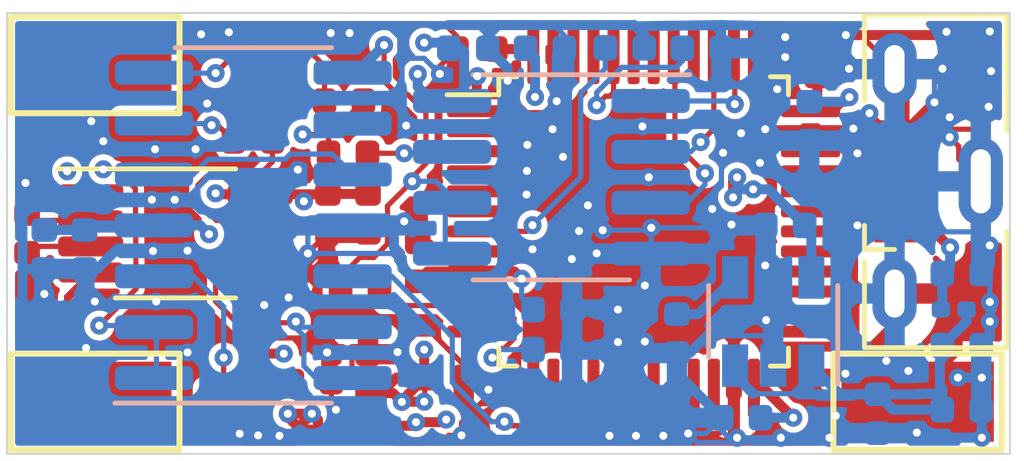
<source format=kicad_pcb>
(kicad_pcb (version 20171130) (host pcbnew "(5.1.5-0-10_14)")
  (layers (0 F.Cu signal) (1 In1.Cu signal) (2 In2.Cu signal) (31 B.Cu signal) (34 B.Paste user) (35 F.Paste user) (36 B.SilkS user) (37 F.SilkS user) (38 B.Mask user) (39 F.Mask user) (44 Edge.Cuts user))
  (net 0 "")
  (net 1 +3.3VA)
  (net 2 GND)
  (net 3 "Net-(C103-Pad1)")
  (net 4 "Net-(C107-Pad1)")
  (net 5 +3V3)
  (net 6 "Net-(C114-Pad2)")
  (net 7 "Net-(C114-Pad1)")
  (net 8 "Net-(C118-Pad1)")
  (net 9 /VADC)
  (net 10 "Net-(C122-Pad1)")
  (net 11 "Net-(C126-Pad1)")
  (net 12 /SIGNAL_P)
  (net 13 /SIGNAL_N)
  (net 14 /USB_DP)
  (net 15 "Net-(J101-Pad4)")
  (net 16 /USB_DM)
  (net 17 "Net-(R101-Pad2)")
  (net 18 "Net-(R101-Pad1)")
  (net 19 "Net-(R102-Pad1)")
  (net 20 "Net-(R103-Pad1)")
  (net 21 "Net-(R106-Pad2)")
  (net 22 "Net-(R108-Pad1)")
  (net 23 "Net-(R109-Pad1)")
  (net 24 /VREF_DAC)
  (net 25 /MCP_CS)
  (net 26 /SCK)
  (net 27 /MOSI)
  (net 28 "Net-(U105-Pad4)")
  (net 29 "Net-(U105-Pad5)")
  (net 30 "Net-(U105-Pad6)")
  (net 31 "Net-(U105-Pad10)")
  (net 32 "Net-(U105-Pad12)")
  (net 33 "Net-(U105-Pad13)")
  (net 34 "Net-(U105-Pad14)")
  (net 35 "Net-(U105-Pad17)")
  (net 36 "Net-(U105-Pad18)")
  (net 37 "Net-(U105-Pad19)")
  (net 38 "Net-(U105-Pad20)")
  (net 39 "Net-(U105-Pad21)")
  (net 40 "Net-(U105-Pad22)")
  (net 41 "Net-(U105-Pad25)")
  (net 42 "Net-(U105-Pad26)")
  (net 43 "Net-(U105-Pad27)")
  (net 44 "Net-(U105-Pad28)")
  (net 45 "Net-(U105-Pad29)")
  (net 46 "Net-(U105-Pad30)")
  (net 47 "Net-(U105-Pad31)")
  (net 48 "Net-(U105-Pad34)")
  (net 49 "Net-(U105-Pad37)")
  (net 50 "Net-(U105-Pad42)")
  (net 51 "Net-(U105-Pad43)")
  (net 52 "Net-(U105-Pad45)")
  (net 53 "Net-(U105-Pad46)")
  (net 54 "Net-(U105-Pad40)")
  (net 55 "Net-(R113-Pad1)")
  (net 56 "Net-(R114-Pad2)")
  (net 57 "Net-(U105-Pad2)")
  (net 58 "Net-(U105-Pad3)")
  (net 59 "Net-(U1-Pad1)")
  (net 60 "Net-(U1-Pad13)")
  (module Package_QFP:LQFP-48_7x7mm_P0.5mm (layer F.Cu) (at 130.87 67.2)
    (fp_text reference U105 hide)
    (fp_text value STM32F072CBTx)
    (pad 1 smd roundrect (at -4.1625 -2.75) (size 1.475 0.3) (layers F.Cu F.Paste F.Mask) (net 5 +3V3))
    (pad 2 smd roundrect (at -4.1625 -2.25) (size 1.475 0.3) (layers F.Cu F.Paste F.Mask) (net 57 "Net-(U105-Pad2)"))
    (pad 3 smd roundrect (at -4.1625 -1.75) (size 1.475 0.3) (layers F.Cu F.Paste F.Mask) (net 58 "Net-(U105-Pad3)"))
    (pad 4 smd roundrect (at -4.1625 -1.25) (size 1.475 0.3) (layers F.Cu F.Paste F.Mask) (net 28 "Net-(U105-Pad4)"))
    (pad 5 smd roundrect (at -4.1625 -0.75) (size 1.475 0.3) (layers F.Cu F.Paste F.Mask) (net 29 "Net-(U105-Pad5)"))
    (pad 6 smd roundrect (at -4.1625 -0.25) (size 1.475 0.3) (layers F.Cu F.Paste F.Mask) (net 30 "Net-(U105-Pad6)"))
    (pad 7 smd roundrect (at -4.1625 0.25) (size 1.475 0.3) (layers F.Cu F.Paste F.Mask) (net 8 "Net-(C118-Pad1)"))
    (pad 8 smd roundrect (at -4.1625 0.75) (size 1.475 0.3) (layers F.Cu F.Paste F.Mask) (net 2 GND))
    (pad 9 smd roundrect (at -4.1625 1.25) (size 1.475 0.3) (layers F.Cu F.Paste F.Mask) (net 1 +3.3VA))
    (pad 10 smd roundrect (at -4.1625 1.75) (size 1.475 0.3) (layers F.Cu F.Paste F.Mask) (net 31 "Net-(U105-Pad10)"))
    (pad 11 smd roundrect (at -4.1625 2.25) (size 1.475 0.3) (layers F.Cu F.Paste F.Mask) (net 9 /VADC))
    (pad 12 smd roundrect (at -4.1625 2.75) (size 1.475 0.3) (layers F.Cu F.Paste F.Mask) (net 32 "Net-(U105-Pad12)"))
    (pad 13 smd roundrect (at -2.75 4.1625) (size 0.3 1.475) (layers F.Cu F.Paste F.Mask) (net 33 "Net-(U105-Pad13)"))
    (pad 14 smd roundrect (at -2.25 4.1625) (size 0.3 1.475) (layers F.Cu F.Paste F.Mask) (net 34 "Net-(U105-Pad14)"))
    (pad 15 smd roundrect (at -1.75 4.1625) (size 0.3 1.475) (layers F.Cu F.Paste F.Mask) (net 24 /VREF_DAC))
    (pad 16 smd roundrect (at -1.25 4.1625) (size 0.3 1.475) (layers F.Cu F.Paste F.Mask) (net 24 /VREF_DAC))
    (pad 17 smd roundrect (at -0.75 4.1625) (size 0.3 1.475) (layers F.Cu F.Paste F.Mask) (net 35 "Net-(U105-Pad17)"))
    (pad 18 smd roundrect (at -0.25 4.1625) (size 0.3 1.475) (layers F.Cu F.Paste F.Mask) (net 36 "Net-(U105-Pad18)"))
    (pad 19 smd roundrect (at 0.25 4.1625) (size 0.3 1.475) (layers F.Cu F.Paste F.Mask) (net 37 "Net-(U105-Pad19)"))
    (pad 20 smd roundrect (at 0.75 4.1625) (size 0.3 1.475) (layers F.Cu F.Paste F.Mask) (net 38 "Net-(U105-Pad20)"))
    (pad 21 smd roundrect (at 1.25 4.1625) (size 0.3 1.475) (layers F.Cu F.Paste F.Mask) (net 39 "Net-(U105-Pad21)"))
    (pad 22 smd roundrect (at 1.75 4.1625) (size 0.3 1.475) (layers F.Cu F.Paste F.Mask) (net 40 "Net-(U105-Pad22)"))
    (pad 23 smd roundrect (at 2.25 4.1625) (size 0.3 1.475) (layers F.Cu F.Paste F.Mask) (net 2 GND))
    (pad 24 smd roundrect (at 2.75 4.1625) (size 0.3 1.475) (layers F.Cu F.Paste F.Mask) (net 5 +3V3))
    (pad 25 smd roundrect (at 4.1625 2.75) (size 1.475 0.3) (layers F.Cu F.Paste F.Mask) (net 41 "Net-(U105-Pad25)"))
    (pad 26 smd roundrect (at 4.1625 2.25) (size 1.475 0.3) (layers F.Cu F.Paste F.Mask) (net 42 "Net-(U105-Pad26)"))
    (pad 27 smd roundrect (at 4.1625 1.75) (size 1.475 0.3) (layers F.Cu F.Paste F.Mask) (net 43 "Net-(U105-Pad27)"))
    (pad 28 smd roundrect (at 4.1625 1.25) (size 1.475 0.3) (layers F.Cu F.Paste F.Mask) (net 44 "Net-(U105-Pad28)"))
    (pad 29 smd roundrect (at 4.1625 0.75) (size 1.475 0.3) (layers F.Cu F.Paste F.Mask) (net 45 "Net-(U105-Pad29)"))
    (pad 30 smd roundrect (at 4.1625 0.25) (size 1.475 0.3) (layers F.Cu F.Paste F.Mask) (net 46 "Net-(U105-Pad30)"))
    (pad 31 smd roundrect (at 4.1625 -0.25) (size 1.475 0.3) (layers F.Cu F.Paste F.Mask) (net 47 "Net-(U105-Pad31)"))
    (pad 32 smd roundrect (at 4.1625 -0.75) (size 1.475 0.3) (layers F.Cu F.Paste F.Mask) (net 16 /USB_DM))
    (pad 33 smd roundrect (at 4.1625 -1.25) (size 1.475 0.3) (layers F.Cu F.Paste F.Mask) (net 14 /USB_DP))
    (pad 34 smd roundrect (at 4.1625 -1.75) (size 1.475 0.3) (layers F.Cu F.Paste F.Mask) (net 48 "Net-(U105-Pad34)"))
    (pad 35 smd roundrect (at 4.1625 -2.25) (size 1.475 0.3) (layers F.Cu F.Paste F.Mask) (net 2 GND))
    (pad 36 smd roundrect (at 4.1625 -2.75) (size 1.475 0.3) (layers F.Cu F.Paste F.Mask) (net 5 +3V3))
    (pad 37 smd roundrect (at 2.75 -4.1625) (size 0.3 1.475) (layers F.Cu F.Paste F.Mask) (net 49 "Net-(U105-Pad37)"))
    (pad 38 smd roundrect (at 2.25 -4.1625) (size 0.3 1.475) (layers F.Cu F.Paste F.Mask) (net 25 /MCP_CS))
    (pad 39 smd roundrect (at 1.75 -4.1625) (size 0.3 1.475) (layers F.Cu F.Paste F.Mask) (net 26 /SCK))
    (pad 40 smd roundrect (at 1.25 -4.1625) (size 0.3 1.475) (layers F.Cu F.Paste F.Mask) (net 54 "Net-(U105-Pad40)"))
    (pad 41 smd roundrect (at 0.75 -4.1625) (size 0.3 1.475) (layers F.Cu F.Paste F.Mask) (net 27 /MOSI))
    (pad 42 smd roundrect (at 0.25 -4.1625) (size 0.3 1.475) (layers F.Cu F.Paste F.Mask) (net 50 "Net-(U105-Pad42)"))
    (pad 43 smd roundrect (at -0.25 -4.1625) (size 0.3 1.475) (layers F.Cu F.Paste F.Mask) (net 51 "Net-(U105-Pad43)"))
    (pad 44 smd roundrect (at -0.75 -4.1625) (size 0.3 1.475) (layers F.Cu F.Paste F.Mask) (net 23 "Net-(R109-Pad1)"))
    (pad 45 smd roundrect (at -1.25 -4.1625) (size 0.3 1.475) (layers F.Cu F.Paste F.Mask) (net 52 "Net-(U105-Pad45)"))
    (pad 46 smd roundrect (at -1.75 -4.1625) (size 0.3 1.475) (layers F.Cu F.Paste F.Mask) (net 53 "Net-(U105-Pad46)"))
    (pad 47 smd roundrect (at -2.25 -4.1625) (size 0.3 1.475) (layers F.Cu F.Paste F.Mask) (net 2 GND))
    (pad 48 smd roundrect (at -2.75 -4.1625) (size 0.3 1.475) (layers F.Cu F.Paste F.Mask) (net 5 +3V3))
  )
  (module Capacitor_SMD:C_0402_1005Metric (layer F.Cu) (at 124 71 90)
    (fp_text reference C102 hide)
    (fp_text value 100nF)
    (pad 1 smd roundrect (at -0.485 0 90) (size 0.59 0.64) (layers F.Cu F.Paste F.Mask) (net 1 +3.3VA))
    (pad 2 smd roundrect (at 0.485 0 90) (size 0.59 0.64) (layers F.Cu F.Paste F.Mask) (net 2 GND))
  )
  (module Capacitor_SMD:C_0402_1005Metric (layer B.Cu) (at 138.8 68.5)
    (fp_text reference C103 hide)
    (fp_text value 10nF)
    (pad 1 smd roundrect (at -0.485 0) (size 0.59 0.64) (layers B.Cu B.Paste B.Mask) (net 3 "Net-(C103-Pad1)"))
    (pad 2 smd roundrect (at 0.485 0) (size 0.59 0.64) (layers B.Cu B.Paste B.Mask) (net 2 GND))
  )
  (module Capacitor_SMD:C_0402_1005Metric (layer F.Cu) (at 125.9 71.1)
    (fp_text reference C104 hide)
    (fp_text value 4.7uF)
    (pad 2 smd roundrect (at 0.485 0) (size 0.59 0.64) (layers F.Cu F.Paste F.Mask) (net 2 GND))
    (pad 1 smd roundrect (at -0.485 0) (size 0.59 0.64) (layers F.Cu F.Paste F.Mask) (net 1 +3.3VA))
  )
  (module Capacitor_SMD:C_0402_1005Metric (layer B.Cu) (at 138.8 70.3)
    (fp_text reference C107 hide)
    (fp_text value 100nF)
    (pad 1 smd roundrect (at -0.485 0) (size 0.59 0.64) (layers B.Cu B.Paste B.Mask) (net 4 "Net-(C107-Pad1)"))
    (pad 2 smd roundrect (at 0.485 0) (size 0.59 0.64) (layers B.Cu B.Paste B.Mask) (net 2 GND))
  )
  (module Capacitor_SMD:C_0402_1005Metric (layer F.Cu) (at 123 67 270)
    (fp_text reference C108 hide)
    (fp_text value 100nF)
    (pad 1 smd roundrect (at -0.485 0 270) (size 0.59 0.64) (layers F.Cu F.Paste F.Mask) (net 1 +3.3VA))
    (pad 2 smd roundrect (at 0.485 0 270) (size 0.59 0.64) (layers F.Cu F.Paste F.Mask) (net 2 GND))
  )
  (module Capacitor_SMD:C_0402_1005Metric (layer B.Cu) (at 138.8 71.9)
    (fp_text reference C109 hide)
    (fp_text value 4.7uF)
    (pad 2 smd roundrect (at 0.485 0) (size 0.59 0.64) (layers B.Cu B.Paste B.Mask) (net 2 GND))
    (pad 1 smd roundrect (at -0.485 0) (size 0.59 0.64) (layers B.Cu B.Paste B.Mask) (net 4 "Net-(C107-Pad1)"))
  )
  (module Capacitor_SMD:C_0402_1005Metric (layer F.Cu) (at 124 67 270)
    (fp_text reference C110 hide)
    (fp_text value 10uF)
    (pad 2 smd roundrect (at 0.485 0 270) (size 0.59 0.64) (layers F.Cu F.Paste F.Mask) (net 2 GND))
    (pad 1 smd roundrect (at -0.485 0 270) (size 0.59 0.64) (layers F.Cu F.Paste F.Mask) (net 1 +3.3VA))
  )
  (module Capacitor_SMD:C_0402_1005Metric (layer B.Cu) (at 136.7 72 270)
    (fp_text reference C111 hide)
    (fp_text value 1uF)
    (pad 2 smd roundrect (at 0.485 0 270) (size 0.59 0.64) (layers B.Cu B.Paste B.Mask) (net 2 GND))
    (pad 1 smd roundrect (at -0.485 0 270) (size 0.59 0.64) (layers B.Cu B.Paste B.Mask) (net 4 "Net-(C107-Pad1)"))
  )
  (module Capacitor_SMD:C_0402_1005Metric (layer B.Cu) (at 134.4 67.3 180)
    (fp_text reference C112 hide)
    (fp_text value 2.2uF)
    (pad 2 smd roundrect (at 0.485 0 180) (size 0.59 0.64) (layers B.Cu B.Paste B.Mask) (net 2 GND))
    (pad 1 smd roundrect (at -0.485 0 180) (size 0.59 0.64) (layers B.Cu B.Paste B.Mask) (net 5 +3V3))
  )
  (module Capacitor_SMD:C_0402_1005Metric (layer F.Cu) (at 121.4 64.2)
    (fp_text reference C114 hide)
    (fp_text value 560pF)
    (pad 2 smd roundrect (at 0.485 0) (size 0.59 0.64) (layers F.Cu F.Paste F.Mask) (net 6 "Net-(C114-Pad2)"))
    (pad 1 smd roundrect (at -0.485 0) (size 0.59 0.64) (layers F.Cu F.Paste F.Mask) (net 7 "Net-(C114-Pad1)"))
  )
  (module Capacitor_SMD:C_0402_1005Metric (layer F.Cu) (at 125.24 68.21 90)
    (fp_text reference C115 hide)
    (fp_text value 10nF)
    (pad 2 smd roundrect (at 0.485 0 90) (size 0.59 0.64) (layers F.Cu F.Paste F.Mask) (net 2 GND))
    (pad 1 smd roundrect (at -0.485 0 90) (size 0.59 0.64) (layers F.Cu F.Paste F.Mask) (net 1 +3.3VA))
  )
  (module Capacitor_SMD:C_0402_1005Metric (layer B.Cu) (at 128.6 69.4)
    (fp_text reference C116 hide)
    (fp_text value 1uF)
    (pad 1 smd roundrect (at -0.485 0) (size 0.59 0.64) (layers B.Cu B.Paste B.Mask) (net 1 +3.3VA))
    (pad 2 smd roundrect (at 0.485 0) (size 0.59 0.64) (layers B.Cu B.Paste B.Mask) (net 2 GND))
  )
  (module Capacitor_SMD:C_0402_1005Metric (layer B.Cu) (at 133.3 72.1 180)
    (fp_text reference C117 hide)
    (fp_text value 100nF)
    (pad 1 smd roundrect (at -0.485 0 180) (size 0.59 0.64) (layers B.Cu B.Paste B.Mask) (net 5 +3V3))
    (pad 2 smd roundrect (at 0.485 0 180) (size 0.59 0.64) (layers B.Cu B.Paste B.Mask) (net 2 GND))
  )
  (module Capacitor_SMD:C_0402_1005Metric (layer B.Cu) (at 130.4 62.87)
    (fp_text reference C118 hide)
    (fp_text value 100nF)
    (pad 2 smd roundrect (at 0.485 0) (size 0.59 0.64) (layers B.Cu B.Paste B.Mask) (net 2 GND))
    (pad 1 smd roundrect (at -0.485 0) (size 0.59 0.64) (layers B.Cu B.Paste B.Mask) (net 8 "Net-(C118-Pad1)"))
  )
  (module Capacitor_SMD:C_0402_1005Metric (layer F.Cu) (at 126.7 62.9 180)
    (fp_text reference C119 hide)
    (fp_text value 4.7uF)
    (pad 1 smd roundrect (at -0.485 0 180) (size 0.59 0.64) (layers F.Cu F.Paste F.Mask) (net 5 +3V3))
    (pad 2 smd roundrect (at 0.485 0 180) (size 0.59 0.64) (layers F.Cu F.Paste F.Mask) (net 2 GND))
  )
  (module Capacitor_SMD:C_0402_1005Metric (layer B.Cu) (at 128.6 70.4)
    (fp_text reference C120 hide)
    (fp_text value C)
    (pad 1 smd roundrect (at -0.485 0) (size 0.59 0.64) (layers B.Cu B.Paste B.Mask) (net 9 /VADC))
    (pad 2 smd roundrect (at 0.485 0) (size 0.59 0.64) (layers B.Cu B.Paste B.Mask) (net 2 GND))
  )
  (module Capacitor_SMD:C_0402_1005Metric (layer B.Cu) (at 128.41 62.88)
    (fp_text reference C121 hide)
    (fp_text value 100nF)
    (pad 2 smd roundrect (at 0.485 0) (size 0.59 0.64) (layers B.Cu B.Paste B.Mask) (net 2 GND))
    (pad 1 smd roundrect (at -0.485 0) (size 0.59 0.64) (layers B.Cu B.Paste B.Mask) (net 5 +3V3))
  )
  (module Capacitor_SMD:C_0402_1005Metric (layer F.Cu) (at 122.6 71.2)
    (fp_text reference C122 hide)
    (fp_text value 1uF)
    (pad 2 smd roundrect (at 0.485 0) (size 0.59 0.64) (layers F.Cu F.Paste F.Mask) (net 2 GND))
    (pad 1 smd roundrect (at -0.485 0) (size 0.59 0.64) (layers F.Cu F.Paste F.Mask) (net 10 "Net-(C122-Pad1)"))
  )
  (module Capacitor_SMD:C_0402_1005Metric (layer B.Cu) (at 126.5 62.88)
    (fp_text reference C123 hide)
    (fp_text value 100nF)
    (pad 1 smd roundrect (at -0.485 0) (size 0.59 0.64) (layers B.Cu B.Paste B.Mask) (net 5 +3V3))
    (pad 2 smd roundrect (at 0.485 0) (size 0.59 0.64) (layers B.Cu B.Paste B.Mask) (net 2 GND))
  )
  (module Capacitor_SMD:C_0402_1005Metric (layer B.Cu) (at 135 64.7 270)
    (fp_text reference C124 hide)
    (fp_text value 100nF)
    (pad 1 smd roundrect (at -0.485 0 270) (size 0.59 0.64) (layers B.Cu B.Paste B.Mask) (net 5 +3V3))
    (pad 2 smd roundrect (at 0.485 0 270) (size 0.59 0.64) (layers B.Cu B.Paste B.Mask) (net 2 GND))
  )
  (module Capacitor_SMD:C_0402_1005Metric (layer F.Cu) (at 135.2 63.1 90)
    (fp_text reference C125 hide)
    (fp_text value 4.7uF)
    (pad 2 smd roundrect (at 0.485 0 90) (size 0.59 0.64) (layers F.Cu F.Paste F.Mask) (net 2 GND))
    (pad 1 smd roundrect (at -0.485 0 90) (size 0.59 0.64) (layers F.Cu F.Paste F.Mask) (net 5 +3V3))
  )
  (module Capacitor_SMD:C_0402_1005Metric (layer B.Cu) (at 131.7 70 270)
    (fp_text reference C126 hide)
    (fp_text value 100pF)
    (pad 1 smd roundrect (at -0.485 0 270) (size 0.59 0.64) (layers B.Cu B.Paste B.Mask) (net 11 "Net-(C126-Pad1)"))
    (pad 2 smd roundrect (at 0.485 0 270) (size 0.59 0.64) (layers B.Cu B.Paste B.Mask) (net 2 GND))
  )
  (module Capacitor_SMD:C_0402_1005Metric (layer B.Cu) (at 116.93 67.9 270)
    (fp_text reference C127 hide)
    (fp_text value 100nF)
    (pad 1 smd roundrect (at -0.485 0 270) (size 0.59 0.64) (layers B.Cu B.Paste B.Mask) (net 1 +3.3VA))
    (pad 2 smd roundrect (at 0.485 0 270) (size 0.59 0.64) (layers B.Cu B.Paste B.Mask) (net 2 GND))
  )
  (module Capacitor_SMD:C_0402_1005Metric (layer B.Cu) (at 115.93 67.9 270)
    (fp_text reference C128 hide)
    (fp_text value 1uF)
    (pad 2 smd roundrect (at 0.485 0 270) (size 0.59 0.64) (layers B.Cu B.Paste B.Mask) (net 2 GND))
    (pad 1 smd roundrect (at -0.485 0 270) (size 0.59 0.64) (layers B.Cu B.Paste B.Mask) (net 1 +3.3VA))
  )
  (module TestPoint:TestPoint_Keystone_5019_Minature (layer F.Cu) (at 117.2 63.3)
    (fp_text reference J1 hide)
    (fp_text value Conn_01x01_Female)
    (pad 1 smd rect (at 0 0) (size 3.8 2) (layers F.Cu F.Paste F.Mask) (net 12 /SIGNAL_P))
  )
  (module TestPoint:TestPoint_Keystone_5019_Minature (layer F.Cu) (at 117.2 71.7)
    (fp_text reference J2 hide)
    (fp_text value Conn_01x01_Female)
    (pad 1 smd rect (at 0 0) (size 3.8 2) (layers F.Cu F.Paste F.Mask) (net 13 /SIGNAL_N))
  )
  (module Connector_USB:USB_Micro-B_Molex-105133-0001 (layer F.Cu) (at 138.2 66.2 90)
    (fp_text reference J101 hide)
    (fp_text value USB_B_Micro)
    (pad 3 smd rect (at 0 -0.825 90) (size 0.45 1.5) (layers F.Cu F.Paste F.Mask) (net 14 /USB_DP))
    (pad 4 smd rect (at 0.65 -0.825 90) (size 0.45 1.5) (layers F.Cu F.Paste F.Mask) (net 15 "Net-(J101-Pad4)"))
    (pad 2 smd rect (at -0.65 -0.825 90) (size 0.45 1.5) (layers F.Cu F.Paste F.Mask) (net 16 /USB_DM))
    (pad 5 smd rect (at 1.3 -0.825 90) (size 0.45 1.5) (layers F.Cu F.Paste F.Mask) (net 2 GND))
    (pad 1 smd rect (at -1.3 -0.825 90) (size 0.45 1.5) (layers F.Cu F.Paste F.Mask) (net 3 "Net-(C103-Pad1)"))
    (pad 6 thru_hole oval (at -2.8 -1.075 90) (size 1.8 1.1) (drill oval 1.2 0.5) (layers *.Cu *.Mask) (net 2 GND))
    (pad 6 thru_hole oval (at 2.8 -1.075 90) (size 1.8 1.1) (drill oval 1.2 0.5) (layers *.Cu *.Mask) (net 2 GND))
    (pad 6 thru_hole oval (at 0 1.075 90) (size 2.2 1.1) (drill oval 1.6 0.5) (layers *.Cu *.Mask) (net 2 GND))
  )
  (module Inductor_SMD:L_0201_0603Metric (layer F.Cu) (at 124.2 72.3 180)
    (fp_text reference L101 hide)
    (fp_text value BK0603HS330-T)
    (pad 2 smd roundrect (at 0.32 0 180) (size 0.46 0.4) (layers F.Cu F.Mask) (net 1 +3.3VA))
    (pad 1 smd roundrect (at -0.32 0 180) (size 0.46 0.4) (layers F.Cu F.Mask) (net 5 +3V3))
  )
  (module Inductor_SMD:L_0201_0603Metric (layer B.Cu) (at 138.6 69.4)
    (fp_text reference L102 hide)
    (fp_text value BK0603HS330-T)
    (pad 1 smd roundrect (at -0.32 0) (size 0.46 0.4) (layers B.Cu B.Mask) (net 3 "Net-(C103-Pad1)"))
    (pad 2 smd roundrect (at 0.32 0) (size 0.46 0.4) (layers B.Cu B.Mask) (net 4 "Net-(C107-Pad1)"))
  )
  (module Capacitor_SMD:C_0402_1005Metric (layer F.Cu) (at 115.5 67.5 270)
    (fp_text reference R101 hide)
    (fp_text value 750R)
    (pad 2 smd roundrect (at 0.485 0 270) (size 0.59 0.64) (layers F.Cu F.Paste F.Mask) (net 17 "Net-(R101-Pad2)"))
    (pad 1 smd roundrect (at -0.485 0 270) (size 0.59 0.64) (layers F.Cu F.Paste F.Mask) (net 18 "Net-(R101-Pad1)"))
  )
  (module Capacitor_SMD:C_0402_1005Metric (layer F.Cu) (at 116 65.26)
    (fp_text reference R102 hide)
    (fp_text value 47k)
    (pad 1 smd roundrect (at -0.485 0) (size 0.59 0.64) (layers F.Cu F.Paste F.Mask) (net 19 "Net-(R102-Pad1)"))
    (pad 2 smd roundrect (at 0.485 0) (size 0.59 0.64) (layers F.Cu F.Paste F.Mask) (net 12 /SIGNAL_P))
  )
  (module Capacitor_SMD:C_0402_1005Metric (layer F.Cu) (at 116 69.75 180)
    (fp_text reference R103 hide)
    (fp_text value 47k)
    (pad 2 smd roundrect (at 0.485 0 180) (size 0.59 0.64) (layers F.Cu F.Paste F.Mask) (net 13 /SIGNAL_N))
    (pad 1 smd roundrect (at -0.485 0 180) (size 0.59 0.64) (layers F.Cu F.Paste F.Mask) (net 20 "Net-(R103-Pad1)"))
  )
  (module Capacitor_SMD:C_0402_1005Metric (layer F.Cu) (at 121.1 71 270)
    (fp_text reference R104 hide)
    (fp_text value 10k)
    (pad 2 smd roundrect (at 0.485 0 270) (size 0.59 0.64) (layers F.Cu F.Paste F.Mask) (net 10 "Net-(C122-Pad1)"))
    (pad 1 smd roundrect (at -0.485 0 270) (size 0.59 0.64) (layers F.Cu F.Paste F.Mask) (net 1 +3.3VA))
  )
  (module Capacitor_SMD:C_0402_1005Metric (layer F.Cu) (at 120.1 72 270)
    (fp_text reference R105 hide)
    (fp_text value 10k)
    (pad 1 smd roundrect (at -0.485 0 270) (size 0.59 0.64) (layers F.Cu F.Paste F.Mask) (net 10 "Net-(C122-Pad1)"))
    (pad 2 smd roundrect (at 0.485 0 270) (size 0.59 0.64) (layers F.Cu F.Paste F.Mask) (net 2 GND))
  )
  (module Capacitor_SMD:C_0402_1005Metric (layer F.Cu) (at 121.13 65.19)
    (fp_text reference R106 hide)
    (fp_text value 100k)
    (pad 1 smd roundrect (at -0.485 0) (size 0.59 0.64) (layers F.Cu F.Paste F.Mask) (net 6 "Net-(C114-Pad2)"))
    (pad 2 smd roundrect (at 0.485 0) (size 0.59 0.64) (layers F.Cu F.Paste F.Mask) (net 21 "Net-(R106-Pad2)"))
  )
  (module Capacitor_SMD:C_0402_1005Metric (layer F.Cu) (at 121.4 63.2)
    (fp_text reference R107 hide)
    (fp_text value 2.2M)
    (pad 1 smd roundrect (at -0.485 0) (size 0.59 0.64) (layers F.Cu F.Paste F.Mask) (net 7 "Net-(C114-Pad1)"))
    (pad 2 smd roundrect (at 0.485 0) (size 0.59 0.64) (layers F.Cu F.Paste F.Mask) (net 6 "Net-(C114-Pad2)"))
  )
  (module Capacitor_SMD:C_0402_1005Metric (layer F.Cu) (at 123.4 64.2 180)
    (fp_text reference R108 hide)
    (fp_text value 10k)
    (pad 2 smd roundrect (at 0.485 0 180) (size 0.59 0.64) (layers F.Cu F.Paste F.Mask) (net 7 "Net-(C114-Pad1)"))
    (pad 1 smd roundrect (at -0.485 0 180) (size 0.59 0.64) (layers F.Cu F.Paste F.Mask) (net 22 "Net-(R108-Pad1)"))
  )
  (module Capacitor_SMD:C_0402_1005Metric (layer B.Cu) (at 132.32 62.88)
    (fp_text reference R109 hide)
    (fp_text value 10k)
    (pad 1 smd roundrect (at -0.485 0) (size 0.59 0.64) (layers B.Cu B.Paste B.Mask) (net 23 "Net-(R109-Pad1)"))
    (pad 2 smd roundrect (at 0.485 0) (size 0.59 0.64) (layers B.Cu B.Paste B.Mask) (net 2 GND))
  )
  (module Capacitor_SMD:C_0402_1005Metric (layer F.Cu) (at 123.5 65.5 180)
    (fp_text reference R113 hide)
    (fp_text value 4k7)
    (pad 2 smd roundrect (at 0.485 0 180) (size 0.59 0.64) (layers F.Cu F.Paste F.Mask) (net 22 "Net-(R108-Pad1)"))
    (pad 1 smd roundrect (at -0.485 0 180) (size 0.59 0.64) (layers F.Cu F.Paste F.Mask) (net 55 "Net-(R113-Pad1)"))
  )
  (module Capacitor_SMD:C_0402_1005Metric (layer F.Cu) (at 123.8 68.9 180)
    (fp_text reference R114 hide)
    (fp_text value R)
    (pad 2 smd roundrect (at 0.485 0 180) (size 0.59 0.64) (layers F.Cu F.Paste F.Mask) (net 56 "Net-(R114-Pad2)"))
    (pad 1 smd roundrect (at -0.485 0 180) (size 0.59 0.64) (layers F.Cu F.Paste F.Mask) (net 9 /VADC))
  )
  (module Package_SO:SOIC-14_3.9x8.7mm_P1.27mm (layer B.Cu) (at 121.14 67.3)
    (fp_text reference U1 hide)
    (fp_text value LMV324)
    (pad 1 smd roundrect (at -2.475 3.81) (size 1.95 0.6) (layers B.Cu B.Paste B.Mask) (net 59 "Net-(U1-Pad1)"))
    (pad 2 smd roundrect (at -2.475 2.54) (size 1.95 0.6) (layers B.Cu B.Paste B.Mask) (net 59 "Net-(U1-Pad1)"))
    (pad 3 smd roundrect (at -2.475 1.27) (size 1.95 0.6) (layers B.Cu B.Paste B.Mask) (net 10 "Net-(C122-Pad1)"))
    (pad 4 smd roundrect (at -2.475 0) (size 1.95 0.6) (layers B.Cu B.Paste B.Mask) (net 1 +3.3VA))
    (pad 5 smd roundrect (at -2.475 -1.27) (size 1.95 0.6) (layers B.Cu B.Paste B.Mask) (net 59 "Net-(U1-Pad1)"))
    (pad 6 smd roundrect (at -2.475 -2.54) (size 1.95 0.6) (layers B.Cu B.Paste B.Mask) (net 6 "Net-(C114-Pad2)"))
    (pad 7 smd roundrect (at -2.475 -3.81) (size 1.95 0.6) (layers B.Cu B.Paste B.Mask) (net 7 "Net-(C114-Pad1)"))
    (pad 8 smd roundrect (at 2.475 -3.81) (size 1.95 0.6) (layers B.Cu B.Paste B.Mask) (net 56 "Net-(R114-Pad2)"))
    (pad 9 smd roundrect (at 2.475 -2.54) (size 1.95 0.6) (layers B.Cu B.Paste B.Mask) (net 22 "Net-(R108-Pad1)"))
    (pad 10 smd roundrect (at 2.475 -1.27) (size 1.95 0.6) (layers B.Cu B.Paste B.Mask) (net 59 "Net-(U1-Pad1)"))
    (pad 11 smd roundrect (at 2.475 0) (size 1.95 0.6) (layers B.Cu B.Paste B.Mask) (net 2 GND))
    (pad 12 smd roundrect (at 2.475 1.27) (size 1.95 0.6) (layers B.Cu B.Paste B.Mask) (net 24 /VREF_DAC))
    (pad 13 smd roundrect (at 2.475 2.54) (size 1.95 0.6) (layers B.Cu B.Paste B.Mask) (net 60 "Net-(U1-Pad13)"))
    (pad 14 smd roundrect (at 2.475 3.81) (size 1.95 0.6) (layers B.Cu B.Paste B.Mask) (net 60 "Net-(U1-Pad13)"))
  )
  (module Package_SO:MSOP-8_3x3mm_P0.65mm (layer F.Cu) (at 119.2 67.5)
    (fp_text reference U102 hide)
    (fp_text value AD8226ARMZ)
    (pad 1 smd roundrect (at -2.1125 -0.975) (size 1.625 0.5) (layers F.Cu F.Paste F.Mask) (net 19 "Net-(R102-Pad1)"))
    (pad 2 smd roundrect (at -2.1125 -0.325) (size 1.625 0.5) (layers F.Cu F.Paste F.Mask) (net 18 "Net-(R101-Pad1)"))
    (pad 3 smd roundrect (at -2.1125 0.325) (size 1.625 0.5) (layers F.Cu F.Paste F.Mask) (net 17 "Net-(R101-Pad2)"))
    (pad 4 smd roundrect (at -2.1125 0.975) (size 1.625 0.5) (layers F.Cu F.Paste F.Mask) (net 20 "Net-(R103-Pad1)"))
    (pad 5 smd roundrect (at 2.1125 0.975) (size 1.625 0.5) (layers F.Cu F.Paste F.Mask) (net 2 GND))
    (pad 6 smd roundrect (at 2.1125 0.325) (size 1.625 0.5) (layers F.Cu F.Paste F.Mask) (net 60 "Net-(U1-Pad13)"))
    (pad 7 smd roundrect (at 2.1125 -0.325) (size 1.625 0.5) (layers F.Cu F.Paste F.Mask) (net 21 "Net-(R106-Pad2)"))
    (pad 8 smd roundrect (at 2.1125 -0.975) (size 1.625 0.5) (layers F.Cu F.Paste F.Mask) (net 1 +3.3VA))
  )
  (module Package_TO_SOT_SMD:SOT-23-5 (layer B.Cu) (at 134.1 69.7 90)
    (fp_text reference U103 hide)
    (fp_text value AP2210K-3.3)
    (pad 1 smd rect (at -1.1 0.95 90) (size 1.06 0.65) (layers B.Cu B.Paste B.Mask) (net 4 "Net-(C107-Pad1)"))
    (pad 2 smd rect (at -1.1 0 90) (size 1.06 0.65) (layers B.Cu B.Paste B.Mask) (net 2 GND))
    (pad 3 smd rect (at -1.1 -0.95 90) (size 1.06 0.65) (layers B.Cu B.Paste B.Mask) (net 4 "Net-(C107-Pad1)"))
    (pad 4 smd rect (at 1.1 -0.95 90) (size 1.06 0.65) (layers B.Cu B.Paste B.Mask) (net 11 "Net-(C126-Pad1)"))
    (pad 5 smd rect (at 1.1 0.95 90) (size 1.06 0.65) (layers B.Cu B.Paste B.Mask) (net 5 +3V3))
  )
  (module Package_SO:SOIC-8_3.9x4.9mm_P1.27mm (layer B.Cu) (at 128.57 66.1 180)
    (fp_text reference U104 hide)
    (fp_text value MCP41010)
    (pad 1 smd roundrect (at -2.475 1.905 180) (size 1.95 0.6) (layers B.Cu B.Paste B.Mask) (net 25 /MCP_CS))
    (pad 2 smd roundrect (at -2.475 0.635 180) (size 1.95 0.6) (layers B.Cu B.Paste B.Mask) (net 26 /SCK))
    (pad 3 smd roundrect (at -2.475 -0.635 180) (size 1.95 0.6) (layers B.Cu B.Paste B.Mask) (net 27 /MOSI))
    (pad 4 smd roundrect (at -2.475 -1.905 180) (size 1.95 0.6) (layers B.Cu B.Paste B.Mask) (net 2 GND))
    (pad 5 smd roundrect (at 2.475 -1.905 180) (size 1.95 0.6) (layers B.Cu B.Paste B.Mask) (net 56 "Net-(R114-Pad2)"))
    (pad 6 smd roundrect (at 2.475 -0.635 180) (size 1.95 0.6) (layers B.Cu B.Paste B.Mask) (net 56 "Net-(R114-Pad2)"))
    (pad 7 smd roundrect (at 2.475 0.635 180) (size 1.95 0.6) (layers B.Cu B.Paste B.Mask) (net 55 "Net-(R113-Pad1)"))
    (pad 8 smd roundrect (at 2.475 1.905 180) (size 1.95 0.6) (layers B.Cu B.Paste B.Mask) (net 5 +3V3))
  )
  (module TestPoint:TestPoint_Keystone_5019_Minature (layer F.Cu) (at 137.7 71.7)
    (fp_text reference J3 hide)
    (fp_text value Conn_01x01_Female)
    (pad 1 smd rect (at 0 0) (size 3.8 2) (layers F.Cu F.Paste F.Mask) (net 2 GND))
  )
  (gr_line (start 140 62) (end 115 62) (layer Edge.Cuts) (width 0.05))
  (gr_line (start 140 73) (end 140 62) (layer Edge.Cuts) (width 0.05))
  (gr_line (start 115 73) (end 140 73) (layer Edge.Cuts) (width 0.05))
  (gr_line (start 115 62) (end 115 73) (layer Edge.Cuts) (width 0.05))
  (via (at 116.5 65.95) (size 0.45) (drill 0.2) (layers F.Cu B.Cu) (net 0))
  (via (at 121.9 70.5) (size 0.45) (drill 0.2) (layers F.Cu B.Cu) (net 1))
  (segment (start 118.61 67.415) (end 118.725 67.3) (width 0.13) (layer B.Cu) (net 1))
  (segment (start 117 67.415) (end 118.61 67.415) (width 0.13) (layer B.Cu) (net 1))
  (via (at 120.2 66.5) (size 0.45) (drill 0.2) (layers F.Cu B.Cu) (net 1))
  (segment (start 121.4125 66.525) (end 120.225 66.525) (width 0.13) (layer F.Cu) (net 1))
  (segment (start 121.4125 66.525) (end 121.4125 66.4125) (width 0.13) (layer F.Cu) (net 1))
  (via (at 125.4 70.4) (size 0.45) (drill 0.2) (layers F.Cu B.Cu) (net 1))
  (segment (start 126 68.45) (end 126.7375 68.45) (width 0.13) (layer F.Cu) (net 1))
  (segment (start 125.805 68.45) (end 126 68.45) (width 0.13) (layer F.Cu) (net 1))
  (segment (start 125.56 68.695) (end 125.805 68.45) (width 0.13) (layer F.Cu) (net 1))
  (segment (start 125.24 68.695) (end 125.56 68.695) (width 0.13) (layer F.Cu) (net 1))
  (via (at 125.4 71.7) (size 0.45) (drill 0.2) (layers F.Cu B.Cu) (net 1))
  (segment (start 125.415 71.685) (end 125.4 71.7) (width 0.13) (layer F.Cu) (net 1))
  (segment (start 125.415 71.1) (end 125.415 71.685) (width 0.13) (layer F.Cu) (net 1))
  (via (at 124.843539 71.705758) (size 0.45) (drill 0.2) (layers F.Cu B.Cu) (net 1))
  (via (at 122.6 72) (size 0.45) (drill 0.2) (layers F.Cu B.Cu) (net 1))
  (via (at 122 72) (size 0.45) (drill 0.2) (layers F.Cu B.Cu) (net 1))
  (segment (start 122.750147 72.4) (end 122.750146 72.400001) (width 0.25) (layer F.Cu) (net 1))
  (segment (start 123.88 72.4) (end 122.750147 72.4) (width 0.25) (layer F.Cu) (net 1))
  (segment (start 122.322846 72.400001) (end 122.317653 72.394808) (width 0.25) (layer F.Cu) (net 1))
  (segment (start 122.750146 72.400001) (end 122.322846 72.400001) (width 0.25) (layer F.Cu) (net 1))
  (segment (start 122.317653 72.282347) (end 122.6 72) (width 0.25) (layer F.Cu) (net 1))
  (segment (start 122.317653 72.394808) (end 122.317653 72.282347) (width 0.25) (layer F.Cu) (net 1))
  (segment (start 122.6 72) (end 122 72) (width 0.25) (layer F.Cu) (net 1))
  (segment (start 122 72.077155) (end 122.317653 72.394808) (width 0.25) (layer F.Cu) (net 1))
  (segment (start 122 72) (end 122 72.077155) (width 0.25) (layer F.Cu) (net 1))
  (segment (start 122.750146 72.150146) (end 122.6 72) (width 0.25) (layer F.Cu) (net 1))
  (segment (start 122.750146 72.400001) (end 122.750146 72.150146) (width 0.25) (layer F.Cu) (net 1))
  (segment (start 124 72.08) (end 123.88 72.2) (width 0.25) (layer F.Cu) (net 1))
  (segment (start 123.88 72.2) (end 123.88 72.4) (width 0.25) (layer F.Cu) (net 1))
  (segment (start 124 71.485) (end 124 72.08) (width 0.25) (layer F.Cu) (net 1))
  (segment (start 124.622781 71.485) (end 124.843539 71.705758) (width 0.25) (layer F.Cu) (net 1))
  (segment (start 124 71.485) (end 124.622781 71.485) (width 0.25) (layer F.Cu) (net 1))
  (segment (start 124.843539 71.671461) (end 125.415 71.1) (width 0.25) (layer F.Cu) (net 1))
  (segment (start 124.843539 71.705758) (end 124.843539 71.671461) (width 0.25) (layer F.Cu) (net 1))
  (via (at 127.83 68.63) (size 0.45) (drill 0.2) (layers F.Cu B.Cu) (net 1))
  (segment (start 127.83 69.115) (end 128.115 69.4) (width 0.13) (layer B.Cu) (net 1))
  (segment (start 127.83 68.63) (end 127.83 69.115) (width 0.13) (layer B.Cu) (net 1))
  (via (at 122.4 66.7) (size 0.45) (drill 0.2) (layers F.Cu B.Cu) (net 1))
  (segment (start 122.425 66.675) (end 122.4 66.7) (width 0.13) (layer F.Cu) (net 1))
  (segment (start 122.425 66.525) (end 122.425 66.675) (width 0.13) (layer F.Cu) (net 1))
  (segment (start 121.4125 66.525) (end 122.425 66.525) (width 0.13) (layer F.Cu) (net 1))
  (segment (start 122.425 66.525) (end 122.99 66.525) (width 0.13) (layer F.Cu) (net 1))
  (via (at 120.036424 67.518962) (size 0.45) (drill 0.2) (layers F.Cu B.Cu) (net 1))
  (segment (start 122.850147 72.3) (end 123.88 72.3) (width 0.13) (layer F.Cu) (net 1))
  (segment (start 122.750146 72.400001) (end 122.850147 72.3) (width 0.13) (layer F.Cu) (net 1))
  (segment (start 120.225 66.525) (end 120.2 66.5) (width 0.25) (layer F.Cu) (net 1))
  (segment (start 121.3125 66.525) (end 120.225 66.525) (width 0.25) (layer F.Cu) (net 1))
  (segment (start 122.99 66.525) (end 123 66.515) (width 0.25) (layer F.Cu) (net 1))
  (segment (start 121.3125 66.525) (end 122.99 66.525) (width 0.25) (layer F.Cu) (net 1))
  (segment (start 123 66.515) (end 124 66.515) (width 0.25) (layer F.Cu) (net 1))
  (segment (start 125.485 68.45) (end 126.7075 68.45) (width 0.25) (layer F.Cu) (net 1))
  (segment (start 125.24 68.695) (end 125.485 68.45) (width 0.25) (layer F.Cu) (net 1))
  (segment (start 127.65 68.45) (end 127.83 68.63) (width 0.25) (layer F.Cu) (net 1))
  (segment (start 126.7075 68.45) (end 127.65 68.45) (width 0.25) (layer F.Cu) (net 1))
  (segment (start 121.115 70.5) (end 121.1 70.515) (width 0.25) (layer F.Cu) (net 1))
  (segment (start 121.9 70.5) (end 121.115 70.5) (width 0.25) (layer F.Cu) (net 1))
  (segment (start 119.817462 67.3) (end 118.665 67.3) (width 0.25) (layer B.Cu) (net 1))
  (segment (start 120.036424 67.518962) (end 119.817462 67.3) (width 0.25) (layer B.Cu) (net 1))
  (segment (start 117.045 67.3) (end 116.93 67.415) (width 0.25) (layer B.Cu) (net 1))
  (segment (start 118.665 67.3) (end 117.045 67.3) (width 0.25) (layer B.Cu) (net 1))
  (segment (start 116.93 67.415) (end 115.93 67.415) (width 0.25) (layer B.Cu) (net 1))
  (segment (start 125.4 71.085) (end 125.415 71.1) (width 0.25) (layer F.Cu) (net 1))
  (segment (start 125.4 70.4) (end 125.4 71.085) (width 0.25) (layer F.Cu) (net 1))
  (segment (start 124.705 71.1) (end 125.415 71.1) (width 0.25) (layer F.Cu) (net 1))
  (segment (start 124.32 71.485) (end 124.705 71.1) (width 0.25) (layer F.Cu) (net 1))
  (segment (start 124 71.485) (end 124.32 71.485) (width 0.25) (layer F.Cu) (net 1))
  (segment (start 123.88 71.605) (end 124 71.485) (width 0.25) (layer F.Cu) (net 1))
  (segment (start 123.88 72.3) (end 123.88 71.605) (width 0.25) (layer F.Cu) (net 1))
  (segment (start 124.849297 71.7) (end 124.843539 71.705758) (width 0.25) (layer F.Cu) (net 1))
  (segment (start 125.4 71.7) (end 124.849297 71.7) (width 0.25) (layer F.Cu) (net 1))
  (via (at 137.68 72.47) (size 0.45) (drill 0.2) (layers F.Cu B.Cu) (net 2))
  (via (at 135.9 71) (size 0.45) (drill 0.2) (layers F.Cu B.Cu) (net 2))
  (via (at 137.47 70.93) (size 0.45) (drill 0.2) (layers F.Cu B.Cu) (net 2))
  (segment (start 123 67.485) (end 124 67.485) (width 0.13) (layer F.Cu) (net 2))
  (segment (start 121.4125 69.2875) (end 121.4 69.3) (width 0.13) (layer F.Cu) (net 2))
  (segment (start 121.4125 68.475) (end 121.4125 69.2875) (width 0.13) (layer F.Cu) (net 2))
  (via (at 121.4125 69.2875) (size 0.45) (drill 0.2) (layers F.Cu B.Cu) (net 2))
  (segment (start 120.785 72.485) (end 120.8 72.5) (width 0.13) (layer F.Cu) (net 2))
  (via (at 120.8 72.5) (size 0.45) (drill 0.2) (layers F.Cu B.Cu) (net 2))
  (segment (start 120.1 72.485) (end 120.785 72.485) (width 0.13) (layer F.Cu) (net 2))
  (segment (start 116.93 68.385) (end 115.93 68.385) (width 0.13) (layer B.Cu) (net 2))
  (via (at 139.3 71.1) (size 0.45) (drill 0.2) (layers F.Cu B.Cu) (net 2))
  (segment (start 139.285 71.085) (end 139.3 71.1) (width 0.13) (layer B.Cu) (net 2))
  (segment (start 139.285 70.3) (end 139.285 71.085) (width 0.13) (layer B.Cu) (net 2))
  (segment (start 139.285 71.115) (end 139.3 71.1) (width 0.13) (layer B.Cu) (net 2))
  (segment (start 139.285 71.9) (end 139.285 71.115) (width 0.13) (layer B.Cu) (net 2))
  (via (at 139.3 72.5976) (size 0.45) (drill 0.2) (layers F.Cu B.Cu) (net 2))
  (via (at 134.4 62.6) (size 0.45) (drill 0.2) (layers F.Cu B.Cu) (net 2))
  (segment (start 134.415 62.615) (end 134.4 62.6) (width 0.13) (layer F.Cu) (net 2))
  (segment (start 135.2 62.615) (end 134.415 62.615) (width 0.13) (layer F.Cu) (net 2))
  (via (at 135.5 72.6) (size 0.45) (drill 0.2) (layers F.Cu B.Cu) (net 2))
  (segment (start 135.515 72.585) (end 135.5 72.6) (width 0.13) (layer B.Cu) (net 2))
  (segment (start 136.5 72.485) (end 135.815 72.485) (width 0.13) (layer B.Cu) (net 2))
  (segment (start 128.047597 67.95) (end 128.1 67.897597) (width 0.13) (layer F.Cu) (net 2))
  (via (at 128.1 67.897597) (size 0.45) (drill 0.2) (layers F.Cu B.Cu) (net 2))
  (segment (start 126.7375 67.95) (end 128.047597 67.95) (width 0.13) (layer F.Cu) (net 2))
  (segment (start 129.085 69.08) (end 129.085 69.4) (width 0.13) (layer B.Cu) (net 2))
  (segment (start 129.085 68.564399) (end 129.085 69.08) (width 0.13) (layer B.Cu) (net 2))
  (segment (start 128.418198 67.897597) (end 129.085 68.564399) (width 0.13) (layer B.Cu) (net 2))
  (segment (start 128.1 67.897597) (end 128.418198 67.897597) (width 0.13) (layer B.Cu) (net 2))
  (via (at 133.922753 69.664493) (size 0.45) (drill 0.2) (layers F.Cu B.Cu) (net 2))
  (segment (start 134.1 69.84174) (end 133.922753 69.664493) (width 0.13) (layer B.Cu) (net 2))
  (segment (start 134.1 70.8) (end 134.1 69.84174) (width 0.13) (layer B.Cu) (net 2))
  (via (at 133.9 68.3) (size 0.45) (drill 0.2) (layers F.Cu B.Cu) (net 2))
  (segment (start 133.922753 68.322753) (end 133.9 68.3) (width 0.13) (layer B.Cu) (net 2))
  (segment (start 133.922753 69.664493) (end 133.922753 68.322753) (width 0.13) (layer B.Cu) (net 2))
  (segment (start 133.9 67.315) (end 133.915 67.3) (width 0.13) (layer B.Cu) (net 2))
  (segment (start 133.9 68.3) (end 133.9 67.315) (width 0.13) (layer B.Cu) (net 2))
  (segment (start 134.1 70.14) (end 134.1 70.8) (width 0.13) (layer B.Cu) (net 2))
  (segment (start 134.012599 70.052599) (end 134.1 70.14) (width 0.13) (layer B.Cu) (net 2))
  (segment (start 132.02 70.485) (end 132.452401 70.052599) (width 0.13) (layer B.Cu) (net 2))
  (segment (start 132.452401 70.052599) (end 134.012599 70.052599) (width 0.13) (layer B.Cu) (net 2))
  (via (at 130.9 70.2) (size 0.45) (drill 0.2) (layers F.Cu B.Cu) (net 2))
  (segment (start 131.185 70.485) (end 130.9 70.2) (width 0.13) (layer B.Cu) (net 2))
  (segment (start 131.7 70.485) (end 131.185 70.485) (width 0.13) (layer B.Cu) (net 2))
  (via (at 130.9 68.8) (size 0.45) (drill 0.2) (layers F.Cu B.Cu) (net 2))
  (segment (start 130.875 68.775) (end 130.9 68.8) (width 0.13) (layer B.Cu) (net 2))
  (segment (start 130.875 68.105) (end 130.875 68.775) (width 0.13) (layer B.Cu) (net 2))
  (via (at 134.4 63.1) (size 0.45) (drill 0.2) (layers F.Cu B.Cu) (net 2))
  (segment (start 134.3 63) (end 134.4 63.1) (width 0.13) (layer B.Cu) (net 2))
  (segment (start 132.785 63) (end 134.3 63) (width 0.13) (layer B.Cu) (net 2))
  (via (at 117.187872 69.199073) (size 0.45) (drill 0.2) (layers F.Cu B.Cu) (net 2))
  (segment (start 116.93 68.385) (end 116.93 68.941201) (width 0.13) (layer B.Cu) (net 2))
  (segment (start 116.93 68.941201) (end 117.187872 69.199073) (width 0.13) (layer B.Cu) (net 2))
  (via (at 124.735046 70.462031) (size 0.45) (drill 0.2) (layers F.Cu B.Cu) (net 2))
  (segment (start 124.052969 70.462031) (end 124 70.515) (width 0.13) (layer F.Cu) (net 2))
  (segment (start 124.735046 70.462031) (end 124.052969 70.462031) (width 0.13) (layer F.Cu) (net 2))
  (segment (start 123 67.78) (end 123 67.485) (width 0.13) (layer F.Cu) (net 2))
  (segment (start 122.305 68.475) (end 123 67.78) (width 0.13) (layer F.Cu) (net 2))
  (via (at 122.5 68) (size 0.45) (drill 0.2) (layers F.Cu B.Cu) (net 2))
  (segment (start 122.7 67.3) (end 122.5 67.5) (width 0.13) (layer B.Cu) (net 2))
  (segment (start 122.5 67.5) (end 122.5 68) (width 0.13) (layer B.Cu) (net 2))
  (segment (start 123.675 67.3) (end 122.7 67.3) (width 0.13) (layer B.Cu) (net 2))
  (segment (start 122.275001 68.224999) (end 122.5 68) (width 0.13) (layer F.Cu) (net 2))
  (segment (start 122.275001 68.445001) (end 122.275001 68.224999) (width 0.13) (layer F.Cu) (net 2))
  (segment (start 122.305 68.475) (end 122.275001 68.445001) (width 0.13) (layer F.Cu) (net 2))
  (via (at 139.5 69.7) (size 0.45) (drill 0.2) (layers F.Cu B.Cu) (net 2))
  (via (at 139.5 67.8) (size 0.45) (drill 0.2) (layers F.Cu B.Cu) (net 2))
  (segment (start 139.5 68.715) (end 139.5 69.21) (width 0.13) (layer B.Cu) (net 2))
  (segment (start 139.285 68.5) (end 139.5 68.715) (width 0.13) (layer B.Cu) (net 2))
  (segment (start 128.702403 63.182597) (end 128.885 63) (width 0.13) (layer B.Cu) (net 2))
  (segment (start 128.702403 64.2) (end 128.702403 63.182597) (width 0.13) (layer B.Cu) (net 2))
  (via (at 127 71.4) (size 0.45) (drill 0.2) (layers F.Cu B.Cu) (net 2))
  (segment (start 126.7 71.1) (end 127 71.4) (width 0.13) (layer F.Cu) (net 2))
  (segment (start 126.385 71.1) (end 126.7 71.1) (width 0.13) (layer F.Cu) (net 2))
  (via (at 131.981386 72.492754) (size 0.45) (drill 0.2) (layers F.Cu B.Cu) (net 2))
  (segment (start 132.757246 72.492754) (end 131.981386 72.492754) (width 0.13) (layer F.Cu) (net 2))
  (segment (start 133.15 72.1) (end 132.757246 72.492754) (width 0.13) (layer F.Cu) (net 2))
  (segment (start 133.15 71.3625) (end 133.15 72.1) (width 0.13) (layer F.Cu) (net 2))
  (segment (start 132.422246 72.492754) (end 132.815 72.1) (width 0.13) (layer B.Cu) (net 2))
  (segment (start 131.981386 72.492754) (end 132.422246 72.492754) (width 0.13) (layer B.Cu) (net 2))
  (segment (start 126 67.95) (end 126.7375 67.95) (width 0.13) (layer F.Cu) (net 2))
  (segment (start 125.785 67.95) (end 126 67.95) (width 0.13) (layer F.Cu) (net 2))
  (segment (start 125.56 67.725) (end 125.785 67.95) (width 0.13) (layer F.Cu) (net 2))
  (segment (start 125.24 67.725) (end 125.56 67.725) (width 0.13) (layer F.Cu) (net 2))
  (segment (start 139.275 64.97) (end 139.275 66.2) (width 0.13) (layer F.Cu) (net 2))
  (segment (start 139.205 64.9) (end 139.275 64.97) (width 0.13) (layer F.Cu) (net 2))
  (segment (start 137.375 64.9) (end 139.205 64.9) (width 0.13) (layer F.Cu) (net 2))
  (via (at 115.93 69.01) (size 0.45) (drill 0.2) (layers F.Cu B.Cu) (net 2))
  (via (at 115.46 66.24) (size 0.45) (drill 0.2) (layers F.Cu B.Cu) (net 2))
  (via (at 123.54 62.5) (size 0.45) (drill 0.2) (layers F.Cu B.Cu) (net 2))
  (via (at 120.53 62.48) (size 0.45) (drill 0.2) (layers F.Cu B.Cu) (net 2))
  (via (at 119.99 64.26) (size 0.45) (drill 0.2) (layers F.Cu B.Cu) (net 2))
  (via (at 119.84 62.53) (size 0.45) (drill 0.2) (layers F.Cu B.Cu) (net 2))
  (via (at 123.07 62.5) (size 0.45) (drill 0.2) (layers F.Cu B.Cu) (net 2))
  (via (at 135.91 62.55) (size 0.45) (drill 0.2) (layers F.Cu B.Cu) (net 2))
  (via (at 135.99 63.39) (size 0.45) (drill 0.2) (layers F.Cu B.Cu) (net 2))
  (via (at 138.32 63.39) (size 0.45) (drill 0.2) (layers F.Cu B.Cu) (net 2))
  (via (at 138.42 62.47) (size 0.45) (drill 0.2) (layers F.Cu B.Cu) (net 2))
  (via (at 139.5 62.46) (size 0.45) (drill 0.2) (layers F.Cu B.Cu) (net 2))
  (via (at 139.47 64.34) (size 0.45) (drill 0.2) (layers F.Cu B.Cu) (net 2))
  (via (at 139.53 63.45) (size 0.45) (drill 0.2) (layers F.Cu B.Cu) (net 2))
  (segment (start 139.5 69.21) (end 139.5 69.7) (width 0.13) (layer B.Cu) (net 2))
  (via (at 139.5 69.21) (size 0.45) (drill 0.2) (layers F.Cu B.Cu) (net 2))
  (via (at 136.92 70.68) (size 0.45) (drill 0.2) (layers F.Cu B.Cu) (net 2))
  (via (at 135.66 72.05) (size 0.45) (drill 0.2) (layers F.Cu B.Cu) (net 2))
  (via (at 130.68 72.55) (size 0.45) (drill 0.2) (layers F.Cu B.Cu) (net 2))
  (via (at 130.02 72.55) (size 0.45) (drill 0.2) (layers F.Cu B.Cu) (net 2))
  (via (at 131.36 72.55) (size 0.45) (drill 0.2) (layers F.Cu B.Cu) (net 2))
  (via (at 121.79 72.55) (size 0.45) (drill 0.2) (layers F.Cu B.Cu) (net 2))
  (via (at 121.26 72.54) (size 0.45) (drill 0.2) (layers F.Cu B.Cu) (net 2))
  (via (at 116.97 70.36) (size 0.45) (drill 0.2) (layers F.Cu B.Cu) (net 2))
  (via (at 129.85 67.42) (size 0.45) (drill 0.2) (layers F.Cu B.Cu) (net 2))
  (via (at 129.26 67.44) (size 0.45) (drill 0.2) (layers F.Cu B.Cu) (net 2))
  (via (at 129.48 66.8) (size 0.45) (drill 0.2) (layers F.Cu B.Cu) (net 2))
  (via (at 127.97 65.29) (size 0.45) (drill 0.2) (layers F.Cu B.Cu) (net 2))
  (via (at 127.96 65.94) (size 0.45) (drill 0.2) (layers F.Cu B.Cu) (net 2))
  (via (at 127.95 66.53) (size 0.45) (drill 0.2) (layers F.Cu B.Cu) (net 2))
  (via (at 128.86 65.59) (size 0.45) (drill 0.2) (layers F.Cu B.Cu) (net 2))
  (via (at 131.06 67.36) (size 0.45) (drill 0.2) (layers F.Cu B.Cu) (net 2))
  (via (at 130.23 69.4) (size 0.45) (drill 0.2) (layers F.Cu B.Cu) (net 2))
  (via (at 130.23 70.21) (size 0.45) (drill 0.2) (layers F.Cu B.Cu) (net 2))
  (via (at 133.77 65.74) (size 0.45) (drill 0.2) (layers F.Cu B.Cu) (net 2))
  (via (at 133.06 67.28) (size 0.45) (drill 0.2) (layers F.Cu B.Cu) (net 2))
  (via (at 132.58 66.89) (size 0.45) (drill 0.2) (layers F.Cu B.Cu) (net 2))
  (via (at 132.85 65.49) (size 0.45) (drill 0.2) (layers F.Cu B.Cu) (net 2))
  (via (at 131 66.1) (size 0.45) (drill 0.2) (layers F.Cu B.Cu) (net 2))
  (via (at 118.64 67.94) (size 0.45) (drill 0.2) (layers F.Cu B.Cu) (net 2))
  (via (at 118.69 65.4) (size 0.45) (drill 0.2) (layers F.Cu B.Cu) (net 2))
  (via (at 122.98 70.47) (size 0.45) (drill 0.2) (layers F.Cu B.Cu) (net 2))
  (via (at 134.29 72.6) (size 0.45) (drill 0.2) (layers F.Cu B.Cu) (net 2))
  (segment (start 122.845001 62.275001) (end 123.07 62.5) (width 0.13) (layer F.Cu) (net 2))
  (segment (start 120.848198 62.48) (end 121.053197 62.275001) (width 0.13) (layer F.Cu) (net 2))
  (segment (start 121.053197 62.275001) (end 122.845001 62.275001) (width 0.13) (layer F.Cu) (net 2))
  (segment (start 120.53 62.48) (end 120.848198 62.48) (width 0.13) (layer F.Cu) (net 2))
  (via (at 119.5 70.47) (size 0.45) (drill 0.2) (layers F.Cu B.Cu) (net 2))
  (via (at 118.72 69.2) (size 0.45) (drill 0.2) (layers F.Cu B.Cu) (net 2))
  (segment (start 136.032717 64.95) (end 136.097984 64.884733) (width 0.13) (layer F.Cu) (net 2))
  (via (at 136.097984 64.884733) (size 0.45) (drill 0.2) (layers F.Cu B.Cu) (net 2))
  (segment (start 135.0325 64.95) (end 136.032717 64.95) (width 0.13) (layer F.Cu) (net 2))
  (via (at 138.5 64.6) (size 0.45) (drill 0.2) (layers F.Cu B.Cu) (net 2))
  (via (at 138.5 65.1) (size 0.45) (drill 0.2) (layers F.Cu B.Cu) (net 2))
  (via (at 136.5 64.5) (size 0.45) (drill 0.2) (layers F.Cu B.Cu) (net 2))
  (segment (start 136.9 64.9) (end 136.5 64.5) (width 0.13) (layer F.Cu) (net 2))
  (segment (start 137.375 64.9) (end 136.9 64.9) (width 0.13) (layer F.Cu) (net 2))
  (segment (start 137.359733 64.884733) (end 137.375 64.9) (width 0.13) (layer F.Cu) (net 2))
  (segment (start 136.097984 64.884733) (end 137.359733 64.884733) (width 0.13) (layer F.Cu) (net 2))
  (via (at 136.2 65.5) (size 0.45) (drill 0.2) (layers F.Cu B.Cu) (net 2))
  (segment (start 136.2 64.986749) (end 136.097984 64.884733) (width 0.13) (layer F.Cu) (net 2))
  (segment (start 136.2 65.5) (end 136.2 64.986749) (width 0.13) (layer F.Cu) (net 2))
  (segment (start 136.495 64.9) (end 137.375 64.9) (width 0.13) (layer F.Cu) (net 2))
  (segment (start 136.424999 64.970001) (end 136.495 64.9) (width 0.13) (layer F.Cu) (net 2))
  (segment (start 136.424999 65.275001) (end 136.424999 64.970001) (width 0.13) (layer F.Cu) (net 2))
  (segment (start 136.2 65.5) (end 136.424999 65.275001) (width 0.13) (layer F.Cu) (net 2))
  (segment (start 139.159999 67.459999) (end 138.259999 67.459999) (width 0.13) (layer B.Cu) (net 2))
  (segment (start 139.5 67.8) (end 139.159999 67.459999) (width 0.13) (layer B.Cu) (net 2))
  (segment (start 138.259999 67.459999) (end 137.9 67.1) (width 0.13) (layer B.Cu) (net 2))
  (segment (start 137.9 67.1) (end 137.9 66.5) (width 0.13) (layer B.Cu) (net 2))
  (segment (start 137.9 66.5) (end 138.2 66.2) (width 0.13) (layer B.Cu) (net 2))
  (segment (start 138.2 66.2) (end 139.275 66.2) (width 0.13) (layer B.Cu) (net 2))
  (via (at 138.705 71.1) (size 0.45) (drill 0.2) (layers F.Cu B.Cu) (net 2))
  (segment (start 138.105 71.7) (end 138.705 71.1) (width 0.13) (layer F.Cu) (net 2))
  (segment (start 137.7 71.7) (end 138.105 71.7) (width 0.13) (layer F.Cu) (net 2))
  (via (at 122.98 70.47) (size 0.45) (drill 0.2) (layers F.Cu B.Cu) (net 2))
  (segment (start 123.085 70.575) (end 122.98 70.47) (width 0.13) (layer F.Cu) (net 2))
  (segment (start 123.085 71.2) (end 123.085 70.575) (width 0.13) (layer F.Cu) (net 2))
  (segment (start 123.085 71.785) (end 123.2 71.9) (width 0.13) (layer F.Cu) (net 2))
  (via (at 123.2 71.9) (size 0.45) (drill 0.2) (layers F.Cu B.Cu) (net 2))
  (segment (start 123.085 71.2) (end 123.085 71.785) (width 0.13) (layer F.Cu) (net 2))
  (segment (start 121.79 72.55) (end 121.85 72.55) (width 0.13) (layer F.Cu) (net 2))
  (via (at 117.1 64.7) (size 0.45) (drill 0.2) (layers F.Cu B.Cu) (net 2))
  (via (at 134.2 63.9) (size 0.45) (drill 0.2) (layers F.Cu B.Cu) (net 2))
  (segment (start 135.797717 65.185) (end 136.097984 64.884733) (width 0.13) (layer B.Cu) (net 2))
  (segment (start 135 65.185) (end 135.797717 65.185) (width 0.13) (layer B.Cu) (net 2))
  (via (at 133.9 64.9) (size 0.45) (drill 0.2) (layers F.Cu B.Cu) (net 2))
  (via (at 128.6 64.9) (size 0.45) (drill 0.2) (layers F.Cu B.Cu) (net 2))
  (via (at 127.48 63.69) (size 0.45) (drill 0.2) (layers F.Cu B.Cu) (net 2))
  (segment (start 127.957938 64.486136) (end 128.416267 64.486136) (width 0.13) (layer F.Cu) (net 2))
  (segment (start 127.48 64.008198) (end 127.957938 64.486136) (width 0.13) (layer F.Cu) (net 2))
  (segment (start 127.48 63.69) (end 127.48 64.008198) (width 0.13) (layer F.Cu) (net 2))
  (via (at 124.95 64.81) (size 0.45) (drill 0.2) (layers F.Cu B.Cu) (net 2))
  (via (at 122.25 65.91) (size 0.45) (drill 0.2) (layers F.Cu B.Cu) (net 2))
  (via (at 119.18 66.66) (size 0.45) (drill 0.2) (layers F.Cu B.Cu) (net 2))
  (via (at 118.61 66.66) (size 0.45) (drill 0.2) (layers F.Cu B.Cu) (net 2))
  (segment (start 125.915 63.395) (end 125.79 63.52) (width 0.13) (layer F.Cu) (net 2))
  (via (at 138.12 64.23) (size 0.45) (drill 0.2) (layers F.Cu B.Cu) (net 2))
  (segment (start 138.12 63.59) (end 138.32 63.39) (width 0.13) (layer B.Cu) (net 2))
  (segment (start 138.12 64.23) (end 138.12 63.59) (width 0.13) (layer B.Cu) (net 2))
  (segment (start 131 67.42) (end 131.06 67.36) (width 0.13) (layer B.Cu) (net 2))
  (segment (start 129.85 67.42) (end 131 67.42) (width 0.13) (layer B.Cu) (net 2))
  (segment (start 132.98 67.36) (end 133.06 67.28) (width 0.13) (layer B.Cu) (net 2))
  (segment (start 131.06 67.36) (end 132.98 67.36) (width 0.13) (layer B.Cu) (net 2))
  (via (at 129.08 68.14) (size 0.45) (drill 0.2) (layers F.Cu B.Cu) (net 2))
  (segment (start 123.955 70.47) (end 124 70.515) (width 0.13) (layer F.Cu) (net 2))
  (segment (start 122.98 70.47) (end 123.955 70.47) (width 0.13) (layer F.Cu) (net 2))
  (segment (start 123.38 71.2) (end 123.58 71) (width 0.13) (layer F.Cu) (net 2))
  (segment (start 123.085 71.2) (end 123.38 71.2) (width 0.13) (layer F.Cu) (net 2))
  (segment (start 123.58 71) (end 123.6 71) (width 0.13) (layer F.Cu) (net 2))
  (segment (start 123.68 70.515) (end 124 70.515) (width 0.13) (layer F.Cu) (net 2))
  (segment (start 123.6 70.595) (end 123.68 70.515) (width 0.13) (layer F.Cu) (net 2))
  (segment (start 123.6 71) (end 123.6 70.595) (width 0.13) (layer F.Cu) (net 2))
  (segment (start 118.72 69.2) (end 119.53 70.01) (width 0.13) (layer F.Cu) (net 2))
  (segment (start 119.53 70.01) (end 121.65 70.01) (width 0.13) (layer F.Cu) (net 2))
  (segment (start 121.749999 70.109999) (end 122.269999 70.109999) (width 0.13) (layer F.Cu) (net 2))
  (segment (start 121.65 70.01) (end 121.749999 70.109999) (width 0.13) (layer F.Cu) (net 2))
  (segment (start 122.63 70.47) (end 122.98 70.47) (width 0.13) (layer F.Cu) (net 2))
  (segment (start 122.269999 70.109999) (end 122.63 70.47) (width 0.13) (layer F.Cu) (net 2))
  (segment (start 121.575 68.475) (end 121.58 68.47) (width 0.13) (layer F.Cu) (net 2))
  (segment (start 121.58 68.47) (end 122.305 68.475) (width 0.13) (layer F.Cu) (net 2))
  (segment (start 121.3125 68.475) (end 121.575 68.475) (width 0.13) (layer F.Cu) (net 2))
  (segment (start 121.4125 68.475) (end 121.58 68.47) (width 0.13) (layer F.Cu) (net 2))
  (segment (start 121.395 68.475) (end 122.02 69.1) (width 0.13) (layer F.Cu) (net 2))
  (via (at 122.02 69.1) (size 0.45) (drill 0.2) (layers F.Cu B.Cu) (net 2))
  (segment (start 121.3125 68.475) (end 121.395 68.475) (width 0.13) (layer F.Cu) (net 2))
  (segment (start 121.8325 69.2875) (end 122.02 69.1) (width 0.13) (layer F.Cu) (net 2))
  (segment (start 121.4125 69.2875) (end 121.8325 69.2875) (width 0.13) (layer F.Cu) (net 2))
  (segment (start 122.98 70.151802) (end 122.98 70.47) (width 0.13) (layer F.Cu) (net 2))
  (segment (start 122.98 69.741802) (end 122.98 70.151802) (width 0.13) (layer F.Cu) (net 2))
  (segment (start 122.338198 69.1) (end 122.98 69.741802) (width 0.13) (layer F.Cu) (net 2))
  (segment (start 122.02 69.1) (end 122.338198 69.1) (width 0.13) (layer F.Cu) (net 2))
  (segment (start 126.385 70.78) (end 126.385 71.1) (width 0.13) (layer F.Cu) (net 2))
  (segment (start 125.614999 70.009999) (end 126.385 70.78) (width 0.13) (layer F.Cu) (net 2))
  (segment (start 125.187078 70.009999) (end 125.614999 70.009999) (width 0.13) (layer F.Cu) (net 2))
  (segment (start 124.735046 70.462031) (end 125.187078 70.009999) (width 0.13) (layer F.Cu) (net 2))
  (segment (start 123.858198 62.5) (end 124.028198 62.33) (width 0.13) (layer B.Cu) (net 2))
  (segment (start 123.54 62.5) (end 123.858198 62.5) (width 0.13) (layer B.Cu) (net 2))
  (segment (start 126.755 62.33) (end 126.985 62.56) (width 0.13) (layer B.Cu) (net 2))
  (segment (start 128.895 62.56) (end 128.895 62.88) (width 0.13) (layer B.Cu) (net 2))
  (segment (start 128.665 62.33) (end 128.895 62.56) (width 0.13) (layer B.Cu) (net 2))
  (segment (start 130.665 62.33) (end 130.885 62.55) (width 0.13) (layer B.Cu) (net 2))
  (segment (start 132.575 62.33) (end 132.805 62.56) (width 0.13) (layer B.Cu) (net 2))
  (segment (start 130.665 62.33) (end 132.575 62.33) (width 0.13) (layer B.Cu) (net 2))
  (segment (start 132.575 62.33) (end 134.13 62.33) (width 0.13) (layer B.Cu) (net 2))
  (segment (start 127.602403 67.897597) (end 128.1 67.897597) (width 0.13) (layer B.Cu) (net 2))
  (segment (start 127.4 68.4) (end 127.4 68.1) (width 0.13) (layer B.Cu) (net 2))
  (segment (start 127.4 68.1) (end 127.602403 67.897597) (width 0.13) (layer B.Cu) (net 2))
  (segment (start 127.1 68.7) (end 127.4 68.4) (width 0.13) (layer B.Cu) (net 2))
  (segment (start 124.8 68.4) (end 125.1 68.7) (width 0.13) (layer B.Cu) (net 2))
  (segment (start 125.1 68.7) (end 127.1 68.7) (width 0.13) (layer B.Cu) (net 2))
  (segment (start 124.6 68) (end 124.8 68.2) (width 0.13) (layer B.Cu) (net 2))
  (segment (start 122.5 68) (end 124.6 68) (width 0.13) (layer B.Cu) (net 2))
  (segment (start 124.8 68.2) (end 124.8 68.4) (width 0.13) (layer B.Cu) (net 2))
  (segment (start 122.909999 71.609999) (end 122.209999 71.609999) (width 0.13) (layer B.Cu) (net 2))
  (segment (start 123.2 71.9) (end 122.909999 71.609999) (width 0.13) (layer B.Cu) (net 2))
  (segment (start 121.4125 70.8125) (end 121.4125 69.2875) (width 0.13) (layer B.Cu) (net 2))
  (segment (start 122.209999 71.609999) (end 121.4125 70.8125) (width 0.13) (layer B.Cu) (net 2))
  (segment (start 123.2 72.218198) (end 123.2 71.9) (width 0.13) (layer B.Cu) (net 2))
  (segment (start 119.038198 69.2) (end 118.72 69.2) (width 0.13) (layer B.Cu) (net 2))
  (segment (start 119.445494 69.2) (end 119.038198 69.2) (width 0.13) (layer B.Cu) (net 2))
  (segment (start 119.80501 69.559516) (end 119.445494 69.2) (width 0.13) (layer B.Cu) (net 2))
  (segment (start 119.80501 70.16499) (end 119.80501 69.559516) (width 0.13) (layer B.Cu) (net 2))
  (segment (start 119.5 70.47) (end 119.80501 70.16499) (width 0.13) (layer B.Cu) (net 2))
  (via (at 119.5 67.93) (size 0.45) (drill 0.2) (layers F.Cu B.Cu) (net 2))
  (segment (start 118.401802 69.2) (end 118.72 69.2) (width 0.13) (layer B.Cu) (net 2))
  (segment (start 117.45 69.2) (end 118.401802 69.2) (width 0.13) (layer B.Cu) (net 2))
  (segment (start 116.93 68.68) (end 117.45 69.2) (width 0.13) (layer B.Cu) (net 2))
  (segment (start 116.93 68.385) (end 116.93 68.68) (width 0.13) (layer B.Cu) (net 2))
  (segment (start 134.940062 71) (end 133.922753 69.982691) (width 0.13) (layer F.Cu) (net 2))
  (segment (start 135.9 71) (end 134.940062 71) (width 0.13) (layer F.Cu) (net 2))
  (segment (start 136.445 69) (end 136.09 68.645) (width 0.13) (layer F.Cu) (net 2))
  (segment (start 137.125 69) (end 136.445 69) (width 0.13) (layer F.Cu) (net 2))
  (segment (start 136.445 69) (end 136.15 69.295) (width 0.13) (layer F.Cu) (net 2))
  (segment (start 136.09 69.76) (end 136.15 69.88) (width 0.13) (layer F.Cu) (net 2))
  (segment (start 138.724999 65.649999) (end 139.275 66.2) (width 0.13) (layer F.Cu) (net 2))
  (segment (start 138.724999 65.324999) (end 138.724999 65.649999) (width 0.13) (layer F.Cu) (net 2))
  (segment (start 138.5 65.1) (end 138.724999 65.324999) (width 0.13) (layer F.Cu) (net 2))
  (segment (start 136.275 62.55) (end 137.125 63.4) (width 0.13) (layer F.Cu) (net 2))
  (segment (start 135.91 62.55) (end 136.275 62.55) (width 0.13) (layer F.Cu) (net 2))
  (segment (start 126.985 62.88) (end 126.985 62.775) (width 0.13) (layer B.Cu) (net 2))
  (via (at 130.84 64.83) (size 0.45) (drill 0.2) (layers F.Cu B.Cu) (net 2))
  (via (at 133.3 65) (size 0.45) (drill 0.2) (layers F.Cu B.Cu) (net 2))
  (segment (start 130.84 64.83) (end 132.5 64.83) (width 0.13) (layer B.Cu) (net 2))
  (segment (start 132.5 64.83) (end 132.665961 64.664039) (width 0.13) (layer B.Cu) (net 2))
  (segment (start 132.964039 64.664039) (end 133.3 65) (width 0.13) (layer B.Cu) (net 2))
  (segment (start 132.665961 64.664039) (end 132.964039 64.664039) (width 0.13) (layer B.Cu) (net 2))
  (segment (start 132.064401 64.83) (end 132.219828 64.674573) (width 0.13) (layer B.Cu) (net 2))
  (segment (start 130.84 64.83) (end 132.064401 64.83) (width 0.13) (layer B.Cu) (net 2))
  (segment (start 122.5 67.985) (end 123 67.485) (width 0.13) (layer F.Cu) (net 2))
  (segment (start 122.5 68) (end 122.5 67.985) (width 0.13) (layer F.Cu) (net 2))
  (segment (start 134.032247 72.717753) (end 134.15 72.6) (width 0.13) (layer B.Cu) (net 2))
  (segment (start 132.206385 72.717753) (end 134.032247 72.717753) (width 0.13) (layer B.Cu) (net 2))
  (segment (start 134.15 72.6) (end 134.29 72.6) (width 0.13) (layer B.Cu) (net 2))
  (segment (start 131.981386 72.492754) (end 132.206385 72.717753) (width 0.13) (layer B.Cu) (net 2))
  (segment (start 133.971802 72.6) (end 134.29 72.6) (width 0.13) (layer B.Cu) (net 2))
  (segment (start 132.815 72.42) (end 132.995 72.6) (width 0.13) (layer B.Cu) (net 2))
  (segment (start 132.815 72.1) (end 132.815 72.42) (width 0.13) (layer B.Cu) (net 2))
  (segment (start 131.06 67.99) (end 131.045 68.005) (width 0.13) (layer B.Cu) (net 2))
  (segment (start 131.06 67.36) (end 131.06 67.99) (width 0.13) (layer B.Cu) (net 2))
  (segment (start 121.79 72.55) (end 121.85 72.55) (width 0.13) (layer B.Cu) (net 2))
  (segment (start 122 72.7) (end 122.7 72.7) (width 0.13) (layer B.Cu) (net 2))
  (segment (start 121.85 72.55) (end 122 72.7) (width 0.13) (layer B.Cu) (net 2))
  (segment (start 122.7 72.7) (end 123.2 72.218198) (width 0.13) (layer B.Cu) (net 2))
  (via (at 126.33 72.54) (size 0.45) (drill 0.2) (layers F.Cu B.Cu) (net 2))
  (segment (start 126.011802 72.54) (end 126.33 72.54) (width 0.13) (layer F.Cu) (net 2))
  (segment (start 126 72.551802) (end 126.011802 72.54) (width 0.13) (layer F.Cu) (net 2))
  (segment (start 126 72.7) (end 126 72.551802) (width 0.13) (layer F.Cu) (net 2))
  (segment (start 125.5 72.7) (end 126 72.7) (width 0.13) (layer F.Cu) (net 2))
  (segment (start 125.47 72.73) (end 125.5 72.7) (width 0.13) (layer F.Cu) (net 2))
  (segment (start 121.97 72.73) (end 125.47 72.73) (width 0.13) (layer F.Cu) (net 2))
  (segment (start 121.79 72.55) (end 121.97 72.73) (width 0.13) (layer F.Cu) (net 2))
  (segment (start 129.6 72.7) (end 129.6 72.6) (width 0.13) (layer F.Cu) (net 2))
  (segment (start 126.648198 72.54) (end 126.808198 72.7) (width 0.13) (layer F.Cu) (net 2))
  (segment (start 129.6 72.6) (end 129.65 72.55) (width 0.13) (layer F.Cu) (net 2))
  (segment (start 129.65 72.55) (end 130.02 72.55) (width 0.13) (layer F.Cu) (net 2))
  (segment (start 126.808198 72.7) (end 129.6 72.7) (width 0.13) (layer F.Cu) (net 2))
  (segment (start 126.33 72.54) (end 126.648198 72.54) (width 0.13) (layer F.Cu) (net 2))
  (segment (start 127.191802 71.75) (end 127.51 71.75) (width 0.13) (layer F.Cu) (net 2))
  (segment (start 126.801802 71.75) (end 127.191802 71.75) (width 0.13) (layer F.Cu) (net 2))
  (segment (start 126.33 72.221802) (end 126.801802 71.75) (width 0.13) (layer F.Cu) (net 2))
  (segment (start 127 71.551802) (end 127 71.4) (width 0.13) (layer F.Cu) (net 2))
  (segment (start 126.33 72.221802) (end 127 71.551802) (width 0.13) (layer F.Cu) (net 2))
  (segment (start 126.33 72.54) (end 126.33 72.221802) (width 0.13) (layer F.Cu) (net 2))
  (segment (start 119.18 66.66) (end 119.498198 66.66) (width 0.13) (layer B.Cu) (net 2))
  (segment (start 125.79 63.325) (end 126.215 62.9) (width 0.13) (layer F.Cu) (net 2))
  (segment (start 125.79 63.52) (end 125.79 63.325) (width 0.13) (layer F.Cu) (net 2))
  (segment (start 124.452203 62.275001) (end 123.764999 62.275001) (width 0.13) (layer B.Cu) (net 2))
  (via (at 125.79 63.52) (size 0.45) (drill 0.2) (layers F.Cu B.Cu) (net 2))
  (segment (start 124.790001 62.987201) (end 124.790001 62.612799) (width 0.13) (layer B.Cu) (net 2))
  (segment (start 123.764999 62.275001) (end 123.54 62.5) (width 0.13) (layer B.Cu) (net 2))
  (segment (start 124.790001 62.612799) (end 124.452203 62.275001) (width 0.13) (layer B.Cu) (net 2))
  (segment (start 125.400001 63.130001) (end 124.930001 63.130001) (width 0.13) (layer B.Cu) (net 2))
  (segment (start 124.930001 63.130001) (end 124.9 63.1) (width 0.13) (layer B.Cu) (net 2))
  (segment (start 124.9 63.1) (end 124.790001 62.987201) (width 0.13) (layer B.Cu) (net 2))
  (segment (start 125.79 63.52) (end 125.400001 63.130001) (width 0.13) (layer B.Cu) (net 2))
  (segment (start 124.9028 63.1) (end 124.9 63.1) (width 0.13) (layer B.Cu) (net 2))
  (segment (start 124.849227 64.391029) (end 124.849227 62.550773) (width 0.13) (layer B.Cu) (net 2))
  (segment (start 124.95 64.491802) (end 124.849227 64.391029) (width 0.13) (layer B.Cu) (net 2))
  (segment (start 124.95 64.81) (end 124.95 64.491802) (width 0.13) (layer B.Cu) (net 2))
  (segment (start 124.849227 62.550773) (end 124.598454 62.3) (width 0.13) (layer B.Cu) (net 2))
  (segment (start 124.598454 62.3) (end 124.4 62.3) (width 0.13) (layer B.Cu) (net 2))
  (segment (start 124.028198 62.33) (end 124.4 62.3) (width 0.13) (layer B.Cu) (net 2))
  (segment (start 128.77 62.33) (end 128.8 62.3) (width 0.13) (layer B.Cu) (net 2))
  (segment (start 126.755 62.33) (end 128.77 62.33) (width 0.13) (layer B.Cu) (net 2))
  (segment (start 128.8 62.3) (end 130.665 62.33) (width 0.13) (layer B.Cu) (net 2))
  (segment (start 128.665 62.33) (end 128.8 62.3) (width 0.13) (layer B.Cu) (net 2))
  (segment (start 125.910001 62.275001) (end 123.764999 62.275001) (width 0.13) (layer F.Cu) (net 2))
  (segment (start 126.215 62.58) (end 125.910001 62.275001) (width 0.13) (layer F.Cu) (net 2))
  (segment (start 123.764999 62.275001) (end 123.54 62.5) (width 0.13) (layer F.Cu) (net 2))
  (segment (start 126.215 62.9) (end 126.215 62.58) (width 0.13) (layer F.Cu) (net 2))
  (segment (start 127.48 63.375) (end 126.985 62.88) (width 0.25) (layer B.Cu) (net 2))
  (segment (start 127.48 63.69) (end 127.48 63.375) (width 0.25) (layer B.Cu) (net 2))
  (segment (start 128.702403 64.2) (end 128.702403 63.072597) (width 0.25) (layer B.Cu) (net 2))
  (segment (start 139.5 68.285) (end 139.285 68.5) (width 0.25) (layer B.Cu) (net 2))
  (segment (start 139.5 67.8) (end 139.5 68.285) (width 0.25) (layer B.Cu) (net 2))
  (segment (start 139.5 70.085) (end 139.285 70.3) (width 0.25) (layer B.Cu) (net 2))
  (segment (start 139.5 69.7) (end 139.5 70.085) (width 0.25) (layer B.Cu) (net 2))
  (segment (start 139.285 70.3) (end 139.285 71.9) (width 0.25) (layer B.Cu) (net 2))
  (segment (start 139.3 71.915) (end 139.285 71.9) (width 0.25) (layer B.Cu) (net 2))
  (segment (start 139.3 72.5976) (end 139.3 71.915) (width 0.25) (layer B.Cu) (net 2))
  (segment (start 135.615 72.485) (end 135.5 72.6) (width 0.25) (layer B.Cu) (net 2))
  (segment (start 136.7 72.485) (end 135.615 72.485) (width 0.25) (layer B.Cu) (net 2))
  (segment (start 136.095 72.485) (end 135.66 72.05) (width 0.25) (layer B.Cu) (net 2))
  (segment (start 136.7 72.485) (end 136.095 72.485) (width 0.25) (layer B.Cu) (net 2))
  (segment (start 135.5 72.6) (end 134.29 72.6) (width 0.25) (layer B.Cu) (net 2))
  (segment (start 139.3 72.5976) (end 137.4976 72.5976) (width 0.25) (layer B.Cu) (net 2))
  (segment (start 137.6252 72.47) (end 137.68 72.47) (width 0.25) (layer B.Cu) (net 2))
  (segment (start 137.4976 72.5976) (end 137.6252 72.47) (width 0.25) (layer B.Cu) (net 2))
  (segment (start 137.665 72.485) (end 137.68 72.47) (width 0.25) (layer B.Cu) (net 2))
  (segment (start 136.7 72.485) (end 137.665 72.485) (width 0.25) (layer B.Cu) (net 2))
  (segment (start 138.705 71.1) (end 139.3 71.1) (width 0.25) (layer B.Cu) (net 2))
  (segment (start 117.735 67.9) (end 118.3 67.9) (width 0.25) (layer B.Cu) (net 2))
  (segment (start 117.25 68.385) (end 117.735 67.9) (width 0.25) (layer B.Cu) (net 2))
  (segment (start 116.93 68.385) (end 117.25 68.385) (width 0.25) (layer B.Cu) (net 2))
  (segment (start 118.3 67.9) (end 118.64 67.94) (width 0.13) (layer B.Cu) (net 2))
  (segment (start 124.59 67.3) (end 124.645 67.355) (width 0.25) (layer B.Cu) (net 2))
  (segment (start 123.615 67.3) (end 124.59 67.3) (width 0.25) (layer B.Cu) (net 2))
  (segment (start 124.645 67.845) (end 124.8 68) (width 0.25) (layer B.Cu) (net 2))
  (segment (start 124.645 67.355) (end 124.645 67.845) (width 0.25) (layer B.Cu) (net 2))
  (segment (start 124.8 68) (end 124.8 68.2) (width 0.13) (layer B.Cu) (net 2))
  (segment (start 130.635 62.3) (end 128.8 62.3) (width 0.25) (layer B.Cu) (net 2))
  (segment (start 130.885 62.55) (end 130.635 62.3) (width 0.25) (layer B.Cu) (net 2))
  (segment (start 130.885 62.87) (end 130.885 62.55) (width 0.25) (layer B.Cu) (net 2))
  (segment (start 126.985 62.56) (end 126.985 62.88) (width 0.25) (layer B.Cu) (net 2))
  (segment (start 127.245 62.3) (end 126.985 62.56) (width 0.25) (layer B.Cu) (net 2))
  (segment (start 127.9 62.3) (end 127.7 62.3) (width 0.25) (layer B.Cu) (net 2))
  (segment (start 124.4 62.3) (end 126 62.3) (width 0.13) (layer B.Cu) (net 2))
  (segment (start 126 62.3) (end 126.755 62.33) (width 0.13) (layer B.Cu) (net 2))
  (segment (start 127.7 62.3) (end 126 62.3) (width 0.25) (layer B.Cu) (net 2))
  (segment (start 128.8 62.3) (end 127.9 62.3) (width 0.25) (layer B.Cu) (net 2))
  (segment (start 127.9 62.3) (end 127.245 62.3) (width 0.25) (layer B.Cu) (net 2))
  (segment (start 134.13 62.33) (end 134.4 62.6) (width 0.25) (layer B.Cu) (net 2))
  (segment (start 132.805 62.56) (end 132.8 62.555) (width 0.25) (layer B.Cu) (net 2))
  (segment (start 132.805 62.88) (end 132.805 62.56) (width 0.25) (layer B.Cu) (net 2))
  (segment (start 132.8 62.3) (end 134.13 62.33) (width 0.25) (layer B.Cu) (net 2))
  (segment (start 132.8 62.555) (end 132.8 62.3) (width 0.25) (layer B.Cu) (net 2))
  (segment (start 130.665 62.33) (end 132.8 62.3) (width 0.25) (layer B.Cu) (net 2))
  (segment (start 137.45 64.9) (end 138.12 64.23) (width 0.25) (layer F.Cu) (net 2))
  (segment (start 137.375 64.9) (end 137.45 64.9) (width 0.25) (layer F.Cu) (net 2))
  (segment (start 137.375 63.65) (end 137.125 63.4) (width 0.25) (layer F.Cu) (net 2))
  (segment (start 137.375 64.9) (end 137.375 63.65) (width 0.25) (layer F.Cu) (net 2))
  (segment (start 138.2 64.9) (end 138.5 64.6) (width 0.25) (layer F.Cu) (net 2))
  (segment (start 137.375 64.9) (end 138.2 64.9) (width 0.25) (layer F.Cu) (net 2))
  (segment (start 138.3 64.9) (end 138.5 65.1) (width 0.25) (layer F.Cu) (net 2))
  (segment (start 137.375 64.9) (end 138.3 64.9) (width 0.25) (layer F.Cu) (net 2))
  (segment (start 125.465 67.95) (end 125.24 67.725) (width 0.25) (layer F.Cu) (net 2))
  (segment (start 126.7075 67.95) (end 125.465 67.95) (width 0.25) (layer F.Cu) (net 2))
  (segment (start 131.7 70.985) (end 131.7 70.485) (width 0.25) (layer B.Cu) (net 2))
  (segment (start 132.815 72.1) (end 131.7 70.985) (width 0.25) (layer B.Cu) (net 2))
  (segment (start 133.604555 69.664493) (end 133.922753 69.664493) (width 0.25) (layer B.Cu) (net 2))
  (segment (start 132.840507 69.664493) (end 133.604555 69.664493) (width 0.25) (layer B.Cu) (net 2))
  (segment (start 132.02 70.485) (end 132.840507 69.664493) (width 0.25) (layer B.Cu) (net 2))
  (segment (start 131.7 70.485) (end 132.02 70.485) (width 0.25) (layer B.Cu) (net 2))
  (segment (start 115.46 66.558198) (end 115.38499 66.633208) (width 0.25) (layer B.Cu) (net 2))
  (segment (start 115.46 66.24) (end 115.46 66.558198) (width 0.25) (layer B.Cu) (net 2))
  (segment (start 115.485 68.385) (end 115.93 68.385) (width 0.25) (layer B.Cu) (net 2))
  (segment (start 115.38499 68.28499) (end 115.485 68.385) (width 0.25) (layer B.Cu) (net 2))
  (segment (start 115.38499 66.633208) (end 115.38499 68.28499) (width 0.25) (layer B.Cu) (net 2))
  (segment (start 115.38499 68.28499) (end 115.38499 69.98499) (width 0.25) (layer B.Cu) (net 2))
  (segment (start 136.09 69.69) (end 136.1 69.7) (width 0.25) (layer F.Cu) (net 2))
  (segment (start 136.09 67.91) (end 136.09 69.69) (width 0.25) (layer F.Cu) (net 2))
  (segment (start 136.15 69.295) (end 136.1 69.7) (width 0.13) (layer F.Cu) (net 2))
  (segment (start 136.1 69.7) (end 136.09 69.76) (width 0.13) (layer F.Cu) (net 2))
  (segment (start 136.09 68.645) (end 136.09 67.91) (width 0.13) (layer F.Cu) (net 2))
  (segment (start 136.09 67.91) (end 136.2 67.3) (width 0.13) (layer F.Cu) (net 2))
  (segment (start 136.09 68.765) (end 136.325 69) (width 0.25) (layer F.Cu) (net 2))
  (segment (start 136.09 68.645) (end 136.09 68.765) (width 0.25) (layer F.Cu) (net 2))
  (segment (start 136.325 69) (end 136.1 69.225) (width 0.25) (layer F.Cu) (net 2))
  (segment (start 136.1 69.225) (end 136.1 69.3) (width 0.25) (layer F.Cu) (net 2))
  (segment (start 137.125 69) (end 136.325 69) (width 0.25) (layer F.Cu) (net 2))
  (segment (start 136.1 69.3) (end 136.09 69.76) (width 0.13) (layer F.Cu) (net 2))
  (segment (start 136.09 68.645) (end 136.1 69.3) (width 0.13) (layer F.Cu) (net 2))
  (segment (start 135.845 62.615) (end 135.91 62.55) (width 0.25) (layer F.Cu) (net 2))
  (segment (start 135.2 62.615) (end 135.845 62.615) (width 0.25) (layer F.Cu) (net 2))
  (segment (start 135.91 63.31) (end 135.99 63.39) (width 0.25) (layer F.Cu) (net 2))
  (segment (start 135.91 62.55) (end 135.91 63.31) (width 0.25) (layer F.Cu) (net 2))
  (segment (start 138.34 62.55) (end 138.42 62.47) (width 0.25) (layer F.Cu) (net 2))
  (segment (start 135.91 62.55) (end 138.34 62.55) (width 0.25) (layer F.Cu) (net 2))
  (segment (start 119.5 71.885) (end 119.5 70.47) (width 0.25) (layer F.Cu) (net 2))
  (segment (start 120.1 72.485) (end 119.5 71.885) (width 0.25) (layer F.Cu) (net 2))
  (segment (start 134.24573 70.32501) (end 133.922753 70.002033) (width 0.25) (layer F.Cu) (net 2))
  (segment (start 137.125 70.15) (end 136.94999 70.32501) (width 0.25) (layer F.Cu) (net 2))
  (segment (start 137.125 69) (end 137.125 70.15) (width 0.25) (layer F.Cu) (net 2))
  (segment (start 136.94999 70.32501) (end 136.12501 70.32501) (width 0.25) (layer F.Cu) (net 2))
  (segment (start 136.12501 69.25001) (end 136.1 69.225) (width 0.25) (layer F.Cu) (net 2))
  (segment (start 136.12501 70.32501) (end 136.12501 69.25001) (width 0.25) (layer F.Cu) (net 2))
  (segment (start 136.12501 70.32501) (end 134.24573 70.32501) (width 0.25) (layer F.Cu) (net 2))
  (segment (start 133.922753 70.002033) (end 133.922753 69.982691) (width 0.25) (layer F.Cu) (net 2))
  (segment (start 134.92072 71) (end 133.922753 70.002033) (width 0.25) (layer F.Cu) (net 2))
  (segment (start 133.922753 69.982691) (end 133.922753 69.664493) (width 0.25) (layer F.Cu) (net 2))
  (segment (start 135.9 71) (end 134.92072 71) (width 0.25) (layer F.Cu) (net 2))
  (segment (start 137.125 69.775) (end 137.125 69) (width 0.25) (layer F.Cu) (net 2))
  (segment (start 135.9 71) (end 137.125 69.775) (width 0.25) (layer F.Cu) (net 2))
  (segment (start 136.92 70.68) (end 137.2 70.4) (width 0.25) (layer F.Cu) (net 2))
  (segment (start 137.125 70.325) (end 137.125 69) (width 0.25) (layer F.Cu) (net 2))
  (segment (start 137.2 70.4) (end 137.125 70.325) (width 0.25) (layer F.Cu) (net 2))
  (segment (start 137.7 71.7) (end 137.7 71.4) (width 0.25) (layer F.Cu) (net 2))
  (segment (start 137.7 71.4) (end 138.7 70.4) (width 0.25) (layer F.Cu) (net 2))
  (segment (start 138.7 70.01) (end 139.5 69.21) (width 0.25) (layer F.Cu) (net 2))
  (segment (start 138.7 70.4) (end 138.7 70.01) (width 0.25) (layer F.Cu) (net 2))
  (segment (start 134.12999 66.09999) (end 134.12999 66.77001) (width 0.13) (layer F.Cu) (net 2))
  (segment (start 133.77 65.74) (end 134.12999 66.09999) (width 0.13) (layer F.Cu) (net 2))
  (segment (start 133.62 67.28) (end 133.06 67.28) (width 0.13) (layer F.Cu) (net 2))
  (segment (start 134.12999 66.77001) (end 133.62 67.28) (width 0.13) (layer F.Cu) (net 2))
  (segment (start 136.2 67.3) (end 136.09 66.97) (width 0.13) (layer F.Cu) (net 2))
  (via (at 136.2 67.3) (size 0.45) (drill 0.2) (layers F.Cu B.Cu) (net 2))
  (segment (start 132.85 65.808198) (end 132.85 65.49) (width 0.13) (layer B.Cu) (net 2))
  (segment (start 132.809999 66.312799) (end 132.809999 65.848199) (width 0.13) (layer B.Cu) (net 2))
  (segment (start 132.58 66.542798) (end 132.809999 66.312799) (width 0.13) (layer B.Cu) (net 2))
  (segment (start 132.809999 65.848199) (end 132.85 65.808198) (width 0.13) (layer B.Cu) (net 2))
  (segment (start 132.58 66.89) (end 132.58 66.542798) (width 0.13) (layer B.Cu) (net 2))
  (via (at 129.7 68) (size 0.45) (drill 0.2) (layers F.Cu B.Cu) (net 2))
  (segment (start 129.705 68.005) (end 129.7 68) (width 0.13) (layer B.Cu) (net 2))
  (segment (start 131.045 68.005) (end 129.705 68.005) (width 0.13) (layer B.Cu) (net 2))
  (segment (start 128.702403 63.072597) (end 128.895 62.88) (width 0.13) (layer B.Cu) (net 2))
  (segment (start 128.702403 64.1) (end 128.702403 63.072597) (width 0.13) (layer B.Cu) (net 2))
  (via (at 124.9 67.2) (size 0.45) (drill 0.2) (layers F.Cu B.Cu) (net 2))
  (segment (start 125.24 67.44) (end 124.9 67.1) (width 0.13) (layer F.Cu) (net 2))
  (segment (start 125.24 67.725) (end 125.24 67.44) (width 0.13) (layer F.Cu) (net 2))
  (segment (start 124.8 67.3) (end 124.9 67.2) (width 0.13) (layer B.Cu) (net 2))
  (segment (start 123.615 67.3) (end 124.8 67.3) (width 0.13) (layer B.Cu) (net 2))
  (segment (start 124.9 67.385) (end 125.24 67.725) (width 0.13) (layer F.Cu) (net 2))
  (segment (start 124.9 67.2) (end 124.9 67.385) (width 0.13) (layer F.Cu) (net 2))
  (segment (start 125.79 63.838198) (end 125.79 63.52) (width 0.13) (layer F.Cu) (net 2))
  (segment (start 125.79 66.628198) (end 125.79 63.838198) (width 0.13) (layer F.Cu) (net 2))
  (segment (start 125.218198 67.2) (end 125.79 66.628198) (width 0.13) (layer F.Cu) (net 2))
  (segment (start 124.9 67.2) (end 125.218198 67.2) (width 0.13) (layer F.Cu) (net 2))
  (via (at 133.2 72.6) (size 0.45) (drill 0.2) (layers F.Cu B.Cu) (net 2))
  (segment (start 133.12 72.52) (end 133.2 72.6) (width 0.13) (layer F.Cu) (net 2))
  (segment (start 133.12 71.3625) (end 133.12 72.52) (width 0.13) (layer F.Cu) (net 2))
  (segment (start 133.2 72.6) (end 133.971802 72.6) (width 0.13) (layer B.Cu) (net 2))
  (segment (start 132.995 72.6) (end 133.2 72.6) (width 0.13) (layer B.Cu) (net 2))
  (segment (start 122.275001 69.075001) (end 122.275001 68.224999) (width 0.13) (layer B.Cu) (net 2))
  (segment (start 122.4 69.2) (end 122.275001 69.075001) (width 0.13) (layer B.Cu) (net 2))
  (segment (start 122.275001 68.224999) (end 122.5 68) (width 0.13) (layer B.Cu) (net 2))
  (segment (start 124.6 69.2) (end 122.4 69.2) (width 0.13) (layer B.Cu) (net 2))
  (segment (start 124.960045 69.560045) (end 124.6 69.2) (width 0.13) (layer B.Cu) (net 2))
  (segment (start 124.960045 70.237032) (end 124.960045 69.560045) (width 0.13) (layer B.Cu) (net 2))
  (segment (start 124.735046 70.462031) (end 124.960045 70.237032) (width 0.13) (layer B.Cu) (net 2))
  (segment (start 129.085 71.092202) (end 129.085 70.72) (width 0.13) (layer B.Cu) (net 2))
  (segment (start 129.085 70.72) (end 129.085 70.4) (width 0.13) (layer B.Cu) (net 2))
  (segment (start 127.587201 72.590001) (end 129.085 71.092202) (width 0.13) (layer B.Cu) (net 2))
  (segment (start 127.146521 72.590001) (end 127.587201 72.590001) (width 0.13) (layer B.Cu) (net 2))
  (segment (start 126.004728 71.448208) (end 127.146521 72.590001) (width 0.13) (layer B.Cu) (net 2))
  (segment (start 125.721223 71.448208) (end 126.004728 71.448208) (width 0.13) (layer B.Cu) (net 2))
  (segment (start 124.735046 70.462031) (end 125.721223 71.448208) (width 0.13) (layer B.Cu) (net 2))
  (segment (start 119.455494 66.66) (end 120.015494 66.1) (width 0.13) (layer B.Cu) (net 2))
  (segment (start 119.18 66.66) (end 119.455494 66.66) (width 0.13) (layer B.Cu) (net 2))
  (segment (start 121.634999 66.134999) (end 122.025001 66.134999) (width 0.13) (layer B.Cu) (net 2))
  (segment (start 121.6 66.1) (end 121.634999 66.134999) (width 0.13) (layer B.Cu) (net 2))
  (segment (start 122.025001 66.134999) (end 122.25 65.91) (width 0.13) (layer B.Cu) (net 2))
  (segment (start 120.015494 66.1) (end 121.6 66.1) (width 0.13) (layer B.Cu) (net 2))
  (segment (start 120.7 65.4) (end 121.3 64.8) (width 0.13) (layer B.Cu) (net 2))
  (segment (start 120.76 64.26) (end 119.99 64.26) (width 0.13) (layer B.Cu) (net 2))
  (segment (start 121.3 64.8) (end 120.76 64.26) (width 0.13) (layer B.Cu) (net 2))
  (via (at 119.7 65.4) (size 0.45) (drill 0.2) (layers F.Cu B.Cu) (net 2))
  (segment (start 118.69 65.4) (end 119.7 65.4) (width 0.13) (layer B.Cu) (net 2))
  (segment (start 120.7 65.4) (end 119.7 65.4) (width 0.13) (layer B.Cu) (net 2))
  (via (at 117.4 65.2) (size 0.45) (drill 0.2) (layers F.Cu B.Cu) (net 2))
  (via (at 128.702403 64.2) (size 0.45) (drill 0.2) (layers F.Cu B.Cu) (net 2))
  (segment (start 128.62 64.117597) (end 128.702403 64.2) (width 0.13) (layer F.Cu) (net 2))
  (segment (start 128.62 63.0375) (end 128.62 64.117597) (width 0.13) (layer F.Cu) (net 2))
  (segment (start 128.416267 64.486136) (end 128.702403 64.2) (width 0.13) (layer F.Cu) (net 2))
  (via (at 138.51 67.85) (size 0.45) (drill 0.2) (layers F.Cu B.Cu) (net 3))
  (segment (start 138.51 68.305) (end 138.315 68.5) (width 0.25) (layer B.Cu) (net 3))
  (segment (start 138.51 67.85) (end 138.51 68.305) (width 0.25) (layer B.Cu) (net 3))
  (segment (start 138.315 69.365) (end 138.28 69.4) (width 0.25) (layer B.Cu) (net 3))
  (segment (start 138.315 68.5) (end 138.315 69.365) (width 0.25) (layer B.Cu) (net 3))
  (segment (start 138.16 67.5) (end 138.51 67.85) (width 0.25) (layer F.Cu) (net 3))
  (segment (start 137.375 67.5) (end 138.16 67.5) (width 0.25) (layer F.Cu) (net 3))
  (segment (start 136.08 71.615) (end 136.18 71.515) (width 0.13) (layer B.Cu) (net 4))
  (segment (start 135.205 71.615) (end 136.08 71.615) (width 0.13) (layer B.Cu) (net 4))
  (segment (start 135.05 71.46) (end 135.205 71.615) (width 0.13) (layer B.Cu) (net 4))
  (segment (start 135.014999 71.495001) (end 135.05 71.46) (width 0.13) (layer B.Cu) (net 4))
  (segment (start 135.05 71.46) (end 135.05 70.8) (width 0.13) (layer B.Cu) (net 4))
  (segment (start 138.92 69.695) (end 138.315 70.3) (width 0.25) (layer B.Cu) (net 4))
  (segment (start 138.92 69.4) (end 138.92 69.695) (width 0.25) (layer B.Cu) (net 4))
  (segment (start 138.254999 70.680001) (end 138.315 70.62) (width 0.25) (layer B.Cu) (net 4))
  (segment (start 138.254999 71.316001) (end 138.254999 70.680001) (width 0.25) (layer B.Cu) (net 4))
  (segment (start 138.315 70.62) (end 138.315 70.3) (width 0.25) (layer B.Cu) (net 4))
  (segment (start 138.315 71.376002) (end 138.254999 71.316001) (width 0.25) (layer B.Cu) (net 4))
  (segment (start 138.315 71.9) (end 138.315 71.376002) (width 0.25) (layer B.Cu) (net 4))
  (segment (start 137.085 71.9) (end 136.7 71.515) (width 0.25) (layer B.Cu) (net 4))
  (segment (start 138.315 71.9) (end 137.085 71.9) (width 0.25) (layer B.Cu) (net 4))
  (segment (start 138.235 71.5) (end 137.9 71.5) (width 0.25) (layer B.Cu) (net 4))
  (segment (start 138.315 71.58) (end 138.235 71.5) (width 0.25) (layer B.Cu) (net 4))
  (segment (start 138.315 71.9) (end 138.315 71.58) (width 0.25) (layer B.Cu) (net 4))
  (segment (start 136.7 71.515) (end 137.785 71.515) (width 0.25) (layer B.Cu) (net 4))
  (segment (start 137.8 71.5) (end 137.9 71.5) (width 0.13) (layer B.Cu) (net 4))
  (segment (start 136.18 71.515) (end 137.8 71.5) (width 0.13) (layer B.Cu) (net 4))
  (segment (start 137.7 71.5) (end 137.8 71.5) (width 0.25) (layer B.Cu) (net 4))
  (segment (start 137.9 71.5) (end 137.7 71.5) (width 0.25) (layer B.Cu) (net 4))
  (segment (start 137.785 71.515) (end 137.7 71.5) (width 0.25) (layer B.Cu) (net 4))
  (segment (start 135.765 71.515) (end 135.05 70.8) (width 0.25) (layer B.Cu) (net 4))
  (segment (start 136.7 71.515) (end 135.765 71.515) (width 0.25) (layer B.Cu) (net 4))
  (segment (start 133.15 71.05) (end 133.6 71.5) (width 0.25) (layer B.Cu) (net 4))
  (segment (start 133.15 70.8) (end 133.15 71.05) (width 0.25) (layer B.Cu) (net 4))
  (segment (start 134.7 71.460002) (end 134.7 71.5) (width 0.25) (layer B.Cu) (net 4))
  (segment (start 135.05 70.8) (end 135.05 71.110002) (width 0.25) (layer B.Cu) (net 4))
  (segment (start 134.7 71.5) (end 135.014999 71.495001) (width 0.13) (layer B.Cu) (net 4))
  (segment (start 135.05 71.110002) (end 134.7 71.460002) (width 0.25) (layer B.Cu) (net 4))
  (segment (start 133.6 71.5) (end 134.7 71.5) (width 0.13) (layer B.Cu) (net 4))
  (segment (start 134.754998 71.515) (end 136.7 71.515) (width 0.25) (layer B.Cu) (net 4))
  (segment (start 134.7 71.460002) (end 134.754998 71.515) (width 0.25) (layer B.Cu) (net 4))
  (segment (start 135.2 64.3125) (end 135.0625 64.45) (width 0.13) (layer F.Cu) (net 5))
  (segment (start 135.2 63.585) (end 135.2 64.3125) (width 0.13) (layer F.Cu) (net 5))
  (via (at 133.6 66.4) (size 0.45) (drill 0.2) (layers F.Cu B.Cu) (net 5))
  (via (at 128.162297 64.096135) (size 0.45) (drill 0.2) (layers F.Cu B.Cu) (net 5))
  (segment (start 128.15 63.0375) (end 128.15 64.083838) (width 0.13) (layer F.Cu) (net 5))
  (segment (start 128.15 64.083838) (end 128.162297 64.096135) (width 0.13) (layer F.Cu) (net 5))
  (segment (start 128.162297 64.096135) (end 128.162297 63.247297) (width 0.13) (layer B.Cu) (net 5))
  (segment (start 128.162297 63.247297) (end 127.915 63) (width 0.13) (layer B.Cu) (net 5))
  (via (at 134.6 72.1) (size 0.45) (drill 0.2) (layers F.Cu B.Cu) (net 5))
  (segment (start 133.65 71.3625) (end 133.8625 71.3625) (width 0.13) (layer F.Cu) (net 5))
  (via (at 125.195735 72.210664) (size 0.45) (drill 0.2) (layers F.Cu B.Cu) (net 5))
  (via (at 125.946937 72.145329) (size 0.45) (drill 0.2) (layers F.Cu B.Cu) (net 5))
  (via (at 136 64.1) (size 0.45) (drill 0.2) (layers F.Cu B.Cu) (net 5))
  (segment (start 135.65 64.45) (end 136 64.1) (width 0.13) (layer F.Cu) (net 5))
  (segment (start 135.0325 64.45) (end 135.65 64.45) (width 0.13) (layer F.Cu) (net 5))
  (via (at 126.724228 63.575772) (size 0.45) (drill 0.2) (layers F.Cu B.Cu) (net 5))
  (segment (start 126.714228 63.575772) (end 126.095 64.195) (width 0.13) (layer B.Cu) (net 5))
  (segment (start 126.724228 63.575772) (end 126.714228 63.575772) (width 0.13) (layer B.Cu) (net 5))
  (via (at 125.4 62.74) (size 0.45) (drill 0.2) (layers F.Cu B.Cu) (net 5))
  (via (at 125.239228 63.520772) (size 0.45) (drill 0.2) (layers F.Cu B.Cu) (net 5))
  (segment (start 128.162297 63.117297) (end 127.925 62.88) (width 0.25) (layer B.Cu) (net 5))
  (segment (start 128.162297 64.096135) (end 128.162297 63.117297) (width 0.25) (layer B.Cu) (net 5))
  (segment (start 126.31 62.88) (end 126.015 62.88) (width 0.25) (layer B.Cu) (net 5))
  (segment (start 126.395 62.965) (end 126.31 62.88) (width 0.25) (layer B.Cu) (net 5))
  (segment (start 126.395 63.895) (end 126.395 62.965) (width 0.25) (layer B.Cu) (net 5))
  (segment (start 126.095 64.195) (end 126.395 63.895) (width 0.25) (layer B.Cu) (net 5))
  (segment (start 125.239228 63.83897) (end 125.239228 63.520772) (width 0.25) (layer B.Cu) (net 5))
  (segment (start 125.595258 64.195) (end 125.239228 63.83897) (width 0.25) (layer B.Cu) (net 5))
  (segment (start 126.095 64.195) (end 125.595258 64.195) (width 0.25) (layer B.Cu) (net 5))
  (segment (start 125.875 62.74) (end 125.4 62.74) (width 0.25) (layer B.Cu) (net 5))
  (segment (start 126.015 62.88) (end 125.875 62.74) (width 0.25) (layer B.Cu) (net 5))
  (segment (start 135.2 64.2825) (end 135.0325 64.45) (width 0.25) (layer F.Cu) (net 5))
  (segment (start 135.2 63.585) (end 135.2 64.2825) (width 0.25) (layer F.Cu) (net 5))
  (segment (start 127.9825 62.9) (end 128.12 63.0375) (width 0.25) (layer F.Cu) (net 5))
  (segment (start 127.185 62.9) (end 127.9825 62.9) (width 0.25) (layer F.Cu) (net 5))
  (segment (start 126.7075 63.5925) (end 126.724228 63.575772) (width 0.25) (layer F.Cu) (net 5))
  (segment (start 126.7075 64.45) (end 126.7075 63.5925) (width 0.25) (layer F.Cu) (net 5))
  (segment (start 133.8625 71.3625) (end 134.6 72.1) (width 0.25) (layer F.Cu) (net 5))
  (segment (start 133.62 71.3625) (end 133.8625 71.3625) (width 0.25) (layer F.Cu) (net 5))
  (segment (start 133.785 72.1) (end 134.6 72.1) (width 0.25) (layer B.Cu) (net 5))
  (segment (start 135.05 67.465) (end 134.885 67.3) (width 0.25) (layer B.Cu) (net 5))
  (segment (start 135.05 68.6) (end 135.05 67.465) (width 0.25) (layer B.Cu) (net 5))
  (segment (start 133.985 66.4) (end 133.7 66.4) (width 0.25) (layer B.Cu) (net 5))
  (segment (start 134.885 67.3) (end 133.985 66.4) (width 0.25) (layer B.Cu) (net 5))
  (segment (start 135.885 64.215) (end 136 64.1) (width 0.25) (layer B.Cu) (net 5))
  (segment (start 135 64.215) (end 135.885 64.215) (width 0.25) (layer B.Cu) (net 5))
  (segment (start 125.106399 72.3) (end 125.195735 72.210664) (width 0.25) (layer F.Cu) (net 5))
  (segment (start 124.52 72.3) (end 125.106399 72.3) (width 0.25) (layer F.Cu) (net 5))
  (segment (start 125.881602 72.210664) (end 125.946937 72.145329) (width 0.25) (layer F.Cu) (net 5))
  (segment (start 125.195735 72.210664) (end 125.881602 72.210664) (width 0.25) (layer F.Cu) (net 5))
  (via (at 133.1 66.6) (size 0.45) (drill 0.2) (layers F.Cu B.Cu) (net 5))
  (segment (start 133.2 66.4) (end 133.1 66.5) (width 0.25) (layer B.Cu) (net 5))
  (segment (start 133.7 66.4) (end 133.2 66.4) (width 0.25) (layer B.Cu) (net 5))
  (via (at 133.2 66.1) (size 0.45) (drill 0.2) (layers F.Cu B.Cu) (net 5))
  (segment (start 133.1 66.2) (end 133.2 66.1) (width 0.25) (layer F.Cu) (net 5))
  (segment (start 133.1 66.5) (end 133.1 66.2) (width 0.25) (layer F.Cu) (net 5))
  (segment (start 121.885 64.2) (end 121.885 63.2) (width 0.13) (layer F.Cu) (net 6))
  (segment (start 121.885 64.52) (end 121.885 64.2) (width 0.13) (layer F.Cu) (net 6))
  (segment (start 121.70001 64.70499) (end 121.885 64.52) (width 0.13) (layer F.Cu) (net 6))
  (segment (start 120.81001 64.70499) (end 121.70001 64.70499) (width 0.13) (layer F.Cu) (net 6))
  (segment (start 120.645 64.87) (end 120.81001 64.70499) (width 0.13) (layer F.Cu) (net 6))
  (segment (start 120.645 65.19) (end 120.645 64.87) (width 0.13) (layer F.Cu) (net 6))
  (segment (start 119.828198 64.76) (end 119.64 64.76) (width 0.13) (layer B.Cu) (net 6))
  (segment (start 119.64 64.76) (end 118.665 64.76) (width 0.13) (layer B.Cu) (net 6))
  (via (at 120.1 64.8) (size 0.45) (drill 0.2) (layers F.Cu B.Cu) (net 6))
  (segment (start 120.06 64.76) (end 120.1 64.8) (width 0.13) (layer B.Cu) (net 6))
  (segment (start 119.828198 64.76) (end 120.06 64.76) (width 0.13) (layer B.Cu) (net 6))
  (segment (start 120.255 64.8) (end 120.645 65.19) (width 0.13) (layer F.Cu) (net 6))
  (segment (start 120.1 64.8) (end 120.255 64.8) (width 0.13) (layer F.Cu) (net 6))
  (segment (start 120.915 64.2) (end 120.915 64.23) (width 0.13) (layer F.Cu) (net 7))
  (segment (start 120.915 63.2) (end 120.915 64.2) (width 0.13) (layer F.Cu) (net 7))
  (via (at 120.2 63.5) (size 0.45) (drill 0.2) (layers F.Cu B.Cu) (net 7))
  (segment (start 120.5 63.2) (end 120.2 63.5) (width 0.13) (layer F.Cu) (net 7))
  (segment (start 120.915 63.2) (end 120.5 63.2) (width 0.13) (layer F.Cu) (net 7))
  (segment (start 118.735 63.5) (end 118.725 63.49) (width 0.13) (layer B.Cu) (net 7))
  (segment (start 120.2 63.5) (end 118.735 63.5) (width 0.13) (layer B.Cu) (net 7))
  (segment (start 120.915 62.88) (end 120.915 63.2) (width 0.13) (layer F.Cu) (net 7))
  (segment (start 120.915 62.88) (end 121.125 62.67) (width 0.13) (layer F.Cu) (net 7))
  (segment (start 121.125 62.67) (end 122.26 62.67) (width 0.13) (layer F.Cu) (net 7))
  (segment (start 122.915 63.325) (end 122.915 64.2) (width 0.13) (layer F.Cu) (net 7))
  (segment (start 122.26 62.67) (end 122.915 63.325) (width 0.13) (layer F.Cu) (net 7))
  (via (at 128.1 67.295194) (size 0.45) (drill 0.2) (layers F.Cu B.Cu) (net 8))
  (segment (start 127.945194 67.45) (end 128.1 67.295194) (width 0.13) (layer F.Cu) (net 8))
  (segment (start 126.7375 67.45) (end 127.945194 67.45) (width 0.13) (layer F.Cu) (net 8))
  (segment (start 129.915 62.87) (end 129.915 63.385) (width 0.13) (layer B.Cu) (net 8))
  (segment (start 129.915 63.385) (end 129.3 64) (width 0.13) (layer B.Cu) (net 8))
  (segment (start 129.3 64) (end 129.3 66.1) (width 0.13) (layer B.Cu) (net 8))
  (segment (start 129.3 66.1) (end 128.1 67.295194) (width 0.13) (layer B.Cu) (net 8))
  (segment (start 124.285 69.22) (end 124.365 69.3) (width 0.13) (layer F.Cu) (net 9))
  (segment (start 124.285 68.9) (end 124.285 69.22) (width 0.13) (layer F.Cu) (net 9))
  (segment (start 127.64001 70.124416) (end 127.389425 70.375001) (width 0.13) (layer F.Cu) (net 9))
  (segment (start 128.115 70.4) (end 127.3 70.4) (width 0.13) (layer B.Cu) (net 9))
  (segment (start 127.3 70.4) (end 127.1 70.6) (width 0.13) (layer B.Cu) (net 9))
  (via (at 127.1 70.6) (size 0.45) (drill 0.2) (layers F.Cu B.Cu) (net 9))
  (segment (start 127.64001 69.61501) (end 127.64001 70.124416) (width 0.13) (layer F.Cu) (net 9))
  (segment (start 127.475 69.45) (end 127.64001 69.61501) (width 0.13) (layer F.Cu) (net 9))
  (segment (start 127.324999 70.375001) (end 127.1 70.6) (width 0.13) (layer F.Cu) (net 9))
  (segment (start 127.389425 70.375001) (end 127.324999 70.375001) (width 0.13) (layer F.Cu) (net 9))
  (segment (start 125.95 69.45) (end 127.475 69.45) (width 0.13) (layer F.Cu) (net 9))
  (segment (start 125.8 69.3) (end 125.95 69.45) (width 0.13) (layer F.Cu) (net 9))
  (segment (start 124.365 69.3) (end 125.8 69.3) (width 0.13) (layer F.Cu) (net 9))
  (segment (start 121.07 71.515) (end 121.1 71.485) (width 0.13) (layer F.Cu) (net 10))
  (segment (start 120.1 71.515) (end 121.07 71.515) (width 0.13) (layer F.Cu) (net 10))
  (segment (start 122.1 71.485) (end 122.115 71.5) (width 0.13) (layer F.Cu) (net 10))
  (segment (start 121.385 71.2) (end 121.1 71.485) (width 0.13) (layer F.Cu) (net 10))
  (segment (start 122.115 71.2) (end 121.385 71.2) (width 0.13) (layer F.Cu) (net 10))
  (via (at 120.4 70.6) (size 0.45) (drill 0.2) (layers F.Cu B.Cu) (net 10))
  (segment (start 119.64 68.57) (end 118.665 68.57) (width 0.13) (layer B.Cu) (net 10))
  (segment (start 120.4 69.33) (end 119.64 68.57) (width 0.13) (layer B.Cu) (net 10))
  (segment (start 120.4 70.6) (end 120.4 69.33) (width 0.13) (layer B.Cu) (net 10))
  (segment (start 120.4 71.215) (end 120.1 71.515) (width 0.13) (layer F.Cu) (net 10))
  (segment (start 120.4 70.6) (end 120.4 71.215) (width 0.13) (layer F.Cu) (net 10))
  (segment (start 132.235 69.515) (end 133.15 68.6) (width 0.25) (layer B.Cu) (net 11))
  (segment (start 131.7 69.515) (end 132.235 69.515) (width 0.25) (layer B.Cu) (net 11))
  (segment (start 116.485 65.2) (end 116.485 64.015) (width 0.13) (layer F.Cu) (net 12))
  (segment (start 116.485 64.015) (end 117.2 63.3) (width 0.13) (layer F.Cu) (net 12))
  (segment (start 116.485 65.26) (end 116.485 64.015) (width 0.13) (layer F.Cu) (net 12))
  (segment (start 117.095 71.7) (end 117.2 71.7) (width 0.13) (layer F.Cu) (net 13))
  (segment (start 115.515 70.12) (end 117.095 71.7) (width 0.13) (layer F.Cu) (net 13))
  (segment (start 115.515 69.8) (end 115.515 70.12) (width 0.13) (layer F.Cu) (net 13))
  (segment (start 117.2 71.7) (end 118.4 71.7) (width 0.13) (layer F.Cu) (net 13))
  (segment (start 115.515 70.07) (end 117.145 71.7) (width 0.13) (layer F.Cu) (net 13))
  (segment (start 117.145 71.7) (end 117.2 71.7) (width 0.13) (layer F.Cu) (net 13))
  (segment (start 115.515 69.75) (end 115.515 70.07) (width 0.13) (layer F.Cu) (net 13))
  (segment (start 135.0325 65.95) (end 135.96 65.95) (width 0.13) (layer F.Cu) (net 14))
  (segment (start 136.21 66.2) (end 137.375 66.2) (width 0.13) (layer F.Cu) (net 14))
  (segment (start 135.96 65.95) (end 136.21 66.2) (width 0.13) (layer F.Cu) (net 14))
  (segment (start 135.0625 66.45) (end 135.713532 66.45) (width 0.13) (layer F.Cu) (net 16))
  (segment (start 135.77 66.45) (end 135.0325 66.45) (width 0.13) (layer F.Cu) (net 16))
  (segment (start 136.495 66.85) (end 136.095 66.45) (width 0.13) (layer F.Cu) (net 16))
  (segment (start 136.095 66.45) (end 135.77 66.45) (width 0.13) (layer F.Cu) (net 16))
  (segment (start 137.375 66.85) (end 136.495 66.85) (width 0.13) (layer F.Cu) (net 16))
  (segment (start 115.66 67.825) (end 115.5 67.985) (width 0.13) (layer F.Cu) (net 17))
  (segment (start 117.1875 67.825) (end 115.66 67.825) (width 0.13) (layer F.Cu) (net 17))
  (segment (start 115.66 67.175) (end 115.5 67.015) (width 0.13) (layer F.Cu) (net 18))
  (segment (start 117.1875 67.175) (end 115.66 67.175) (width 0.13) (layer F.Cu) (net 18))
  (segment (start 115.515 65.58) (end 115.515 65.26) (width 0.13) (layer F.Cu) (net 19))
  (segment (start 115.515 65.717798) (end 115.515 65.58) (width 0.13) (layer F.Cu) (net 19))
  (segment (start 116.322202 66.525) (end 115.515 65.717798) (width 0.13) (layer F.Cu) (net 19))
  (segment (start 117.0875 66.525) (end 116.322202 66.525) (width 0.13) (layer F.Cu) (net 19))
  (segment (start 116.485 69.1775) (end 117.1875 68.475) (width 0.13) (layer F.Cu) (net 20))
  (segment (start 116.485 69.8) (end 116.485 69.1775) (width 0.13) (layer F.Cu) (net 20))
  (segment (start 116.485 69.0775) (end 117.0875 68.475) (width 0.13) (layer F.Cu) (net 20))
  (segment (start 116.485 69.75) (end 116.485 69.0775) (width 0.13) (layer F.Cu) (net 20))
  (segment (start 121.4125 67.175) (end 120.220246 67.175) (width 0.13) (layer F.Cu) (net 21))
  (segment (start 121.3125 67.175) (end 120.220246 67.175) (width 0.13) (layer F.Cu) (net 21))
  (segment (start 119.757599 66.712353) (end 119.757599 66.297155) (width 0.13) (layer F.Cu) (net 21))
  (segment (start 119.757599 66.297155) (end 119.964754 66.09) (width 0.13) (layer F.Cu) (net 21))
  (segment (start 120.220246 67.175) (end 119.757599 66.712353) (width 0.13) (layer F.Cu) (net 21))
  (segment (start 121.615 65.715) (end 121.615 65.19) (width 0.13) (layer F.Cu) (net 21))
  (segment (start 121.24 66.09) (end 121.615 65.715) (width 0.13) (layer F.Cu) (net 21))
  (segment (start 119.964754 66.09) (end 121.24 66.09) (width 0.13) (layer F.Cu) (net 21))
  (segment (start 123.015 65.07) (end 123.885 64.2) (width 0.13) (layer F.Cu) (net 22))
  (segment (start 123.015 65.5) (end 123.015 65.07) (width 0.13) (layer F.Cu) (net 22))
  (segment (start 122.4 65.06) (end 122.37 65.03) (width 0.13) (layer B.Cu) (net 22))
  (via (at 122.37 65.03) (size 0.45) (drill 0.2) (layers F.Cu B.Cu) (net 22))
  (segment (start 123.315 65.06) (end 122.4 65.06) (width 0.13) (layer B.Cu) (net 22))
  (segment (start 123.615 64.76) (end 123.315 65.06) (width 0.13) (layer B.Cu) (net 22))
  (segment (start 122.975 65.03) (end 123.015 65.07) (width 0.13) (layer F.Cu) (net 22))
  (segment (start 122.37 65.03) (end 122.975 65.03) (width 0.13) (layer F.Cu) (net 22))
  (via (at 129.7 64.3) (size 0.45) (drill 0.2) (layers F.Cu B.Cu) (net 23))
  (segment (start 130.12 63.98) (end 130.12 63.775) (width 0.13) (layer F.Cu) (net 23))
  (segment (start 130.12 63.775) (end 130.12 63.0375) (width 0.13) (layer F.Cu) (net 23))
  (segment (start 130.024999 64.075001) (end 130.12 63.98) (width 0.13) (layer F.Cu) (net 23))
  (segment (start 129.924999 64.075001) (end 130.024999 64.075001) (width 0.13) (layer F.Cu) (net 23))
  (segment (start 129.7 64.3) (end 129.924999 64.075001) (width 0.13) (layer F.Cu) (net 23))
  (segment (start 131.67999 63.35501) (end 131.835 63.2) (width 0.13) (layer B.Cu) (net 23))
  (segment (start 130.326792 63.35501) (end 131.67999 63.35501) (width 0.13) (layer B.Cu) (net 23))
  (segment (start 131.835 63.2) (end 131.835 62.88) (width 0.13) (layer B.Cu) (net 23))
  (segment (start 129.7 63.981802) (end 130.326792 63.35501) (width 0.13) (layer B.Cu) (net 23))
  (segment (start 129.7 64.3) (end 129.7 63.981802) (width 0.13) (layer B.Cu) (net 23))
  (segment (start 129.65 71.3625) (end 129.15 71.3625) (width 0.13) (layer F.Cu) (net 24))
  (segment (start 129.12 72.1) (end 128.92 72.3) (width 0.13) (layer F.Cu) (net 24))
  (segment (start 129.12 71.3625) (end 129.12 72.1) (width 0.13) (layer F.Cu) (net 24))
  (segment (start 127.6 72.3) (end 127.250213 72.3) (width 0.13) (layer F.Cu) (net 24))
  (via (at 127.4 72.2) (size 0.45) (drill 0.2) (layers F.Cu B.Cu) (net 24))
  (segment (start 127.4 72.2) (end 127.5 72.3) (width 0.13) (layer F.Cu) (net 24))
  (segment (start 127.5 72.3) (end 127.7 72.3) (width 0.13) (layer F.Cu) (net 24))
  (segment (start 127.7 72.3) (end 127.6 72.3) (width 0.13) (layer F.Cu) (net 24))
  (segment (start 128.92 72.3) (end 127.7 72.3) (width 0.13) (layer F.Cu) (net 24))
  (segment (start 123.13 68.57) (end 123.675 68.57) (width 0.13) (layer B.Cu) (net 24))
  (segment (start 126.1 71.218198) (end 127.081802 72.2) (width 0.13) (layer B.Cu) (net 24))
  (segment (start 127.081802 72.2) (end 127.4 72.2) (width 0.13) (layer B.Cu) (net 24))
  (segment (start 126.1 70.08) (end 126.1 71.218198) (width 0.13) (layer B.Cu) (net 24))
  (segment (start 124.59 68.57) (end 126.1 70.08) (width 0.13) (layer B.Cu) (net 24))
  (segment (start 123.615 68.57) (end 124.59 68.57) (width 0.13) (layer B.Cu) (net 24))
  (via (at 133.1424 64.274038) (size 0.45) (drill 0.2) (layers F.Cu B.Cu) (net 25))
  (segment (start 133.1424 63.0451) (end 133.15 63.0375) (width 0.13) (layer F.Cu) (net 25))
  (segment (start 133.1424 64.274038) (end 133.1424 63.0451) (width 0.13) (layer F.Cu) (net 25))
  (segment (start 133.063362 64.195) (end 133.1424 64.274038) (width 0.13) (layer B.Cu) (net 25))
  (segment (start 131.045 64.195) (end 133.063362 64.195) (width 0.13) (layer B.Cu) (net 25))
  (via (at 132.290618 65.22) (size 0.45) (drill 0.2) (layers F.Cu B.Cu) (net 26))
  (segment (start 131.045 65.465) (end 132.045618 65.465) (width 0.13) (layer B.Cu) (net 26))
  (segment (start 132.045618 65.465) (end 132.290618 65.22) (width 0.13) (layer B.Cu) (net 26))
  (segment (start 132.62 64.890618) (end 132.62 63.0375) (width 0.13) (layer F.Cu) (net 26))
  (segment (start 132.290618 65.22) (end 132.62 64.890618) (width 0.13) (layer F.Cu) (net 26))
  (segment (start 132.4 66.285) (end 132.4 66) (width 0.13) (layer B.Cu) (net 27))
  (segment (start 131.85 66.835) (end 132.4 66.285) (width 0.13) (layer B.Cu) (net 27))
  (via (at 132.4 66) (size 0.45) (drill 0.2) (layers F.Cu B.Cu) (net 27))
  (segment (start 130.875 66.835) (end 131.85 66.835) (width 0.13) (layer B.Cu) (net 27))
  (segment (start 131.65 65.25) (end 131.65 63.0375) (width 0.13) (layer F.Cu) (net 27))
  (segment (start 132.4 66) (end 131.65 65.25) (width 0.13) (layer F.Cu) (net 27))
  (via (at 124.9 65.5) (size 0.45) (drill 0.2) (layers F.Cu B.Cu) (net 55))
  (segment (start 123.985 65.5) (end 124.9 65.5) (width 0.13) (layer F.Cu) (net 55))
  (segment (start 125.89 65.6) (end 125.925 65.565) (width 0.13) (layer B.Cu) (net 55))
  (segment (start 124.9 65.5) (end 126.19 65.5) (width 0.13) (layer B.Cu) (net 55))
  (segment (start 125.925 66.835) (end 125.925 68.105) (width 0.13) (layer B.Cu) (net 56))
  (via (at 124.4 62.8) (size 0.45) (drill 0.2) (layers F.Cu B.Cu) (net 56))
  (segment (start 124.4 63.700612) (end 124.4 62.8) (width 0.13) (layer F.Cu) (net 56))
  (segment (start 124.728568 64.02918) (end 124.4 63.700612) (width 0.13) (layer F.Cu) (net 56))
  (segment (start 124.983934 64.02918) (end 124.728568 64.02918) (width 0.13) (layer F.Cu) (net 56))
  (segment (start 125.442401 64.487647) (end 124.983934 64.02918) (width 0.13) (layer F.Cu) (net 56))
  (segment (start 124.365 62.8) (end 123.675 63.49) (width 0.13) (layer B.Cu) (net 56))
  (segment (start 124.4 62.8) (end 124.365 62.8) (width 0.13) (layer B.Cu) (net 56))
  (via (at 125.1 66.2) (size 0.45) (drill 0.2) (layers F.Cu B.Cu) (net 56))
  (segment (start 125.442401 65.757599) (end 125.442401 64.487647) (width 0.13) (layer F.Cu) (net 56))
  (segment (start 125 66.2) (end 125.442401 65.757599) (width 0.13) (layer F.Cu) (net 56))
  (segment (start 126.225 66.735) (end 125.69 66.2) (width 0.13) (layer B.Cu) (net 56))
  (segment (start 125.69 66.2) (end 125 66.2) (width 0.13) (layer B.Cu) (net 56))
  (segment (start 123.71 63.49) (end 124.4 62.8) (width 0.25) (layer B.Cu) (net 56))
  (segment (start 123.615 63.49) (end 123.71 63.49) (width 0.25) (layer B.Cu) (net 56))
  (segment (start 123.795 68.1) (end 123.315 68.58) (width 0.13) (layer F.Cu) (net 56))
  (segment (start 124.146956 68.1) (end 123.795 68.1) (width 0.13) (layer F.Cu) (net 56))
  (segment (start 123.315 68.58) (end 123.315 68.9) (width 0.13) (layer F.Cu) (net 56))
  (segment (start 124.48501 67.761946) (end 124.146956 68.1) (width 0.13) (layer F.Cu) (net 56))
  (segment (start 124.48501 66.81499) (end 124.48501 67.761946) (width 0.13) (layer F.Cu) (net 56))
  (segment (start 125.1 66.2) (end 124.48501 66.81499) (width 0.13) (layer F.Cu) (net 56))
  (segment (start 118.725 71.11) (end 118.725 69.84) (width 0.13) (layer B.Cu) (net 59))
  (via (at 117.3 69.8) (size 0.45) (drill 0.2) (layers F.Cu B.Cu) (net 59))
  (segment (start 118.21741 68.88259) (end 117.3 69.8) (width 0.13) (layer F.Cu) (net 59))
  (segment (start 118.685 69.8) (end 118.725 69.84) (width 0.13) (layer B.Cu) (net 59))
  (segment (start 117.3 69.8) (end 118.685 69.8) (width 0.13) (layer B.Cu) (net 59))
  (segment (start 119.37 66.03) (end 118.725 66.03) (width 0.13) (layer B.Cu) (net 59))
  (via (at 117.4 65.9) (size 0.45) (drill 0.2) (layers F.Cu B.Cu) (net 59))
  (segment (start 118.535 65.9) (end 118.665 66.03) (width 0.13) (layer B.Cu) (net 59))
  (segment (start 117.4 65.9) (end 118.535 65.9) (width 0.13) (layer B.Cu) (net 59))
  (segment (start 117.718198 65.9) (end 118.2 66.381802) (width 0.13) (layer F.Cu) (net 59))
  (segment (start 117.4 65.9) (end 117.718198 65.9) (width 0.13) (layer F.Cu) (net 59))
  (segment (start 118.2 66.381802) (end 118.2 66.5) (width 0.13) (layer F.Cu) (net 59))
  (segment (start 118.2 66.5) (end 118.21741 68.88259) (width 0.13) (layer F.Cu) (net 59))
  (segment (start 123.315 65.73) (end 123.615 66.03) (width 0.13) (layer B.Cu) (net 59))
  (segment (start 123.104999 65.519999) (end 123.315 65.73) (width 0.13) (layer B.Cu) (net 59))
  (segment (start 122.062799 65.519999) (end 123.104999 65.519999) (width 0.13) (layer B.Cu) (net 59))
  (segment (start 121.932798 65.65) (end 122.062799 65.519999) (width 0.13) (layer B.Cu) (net 59))
  (segment (start 120.02 65.65) (end 121.932798 65.65) (width 0.13) (layer B.Cu) (net 59))
  (segment (start 119.64 66.03) (end 120.02 65.65) (width 0.13) (layer B.Cu) (net 59))
  (segment (start 118.665 66.03) (end 119.64 66.03) (width 0.13) (layer B.Cu) (net 59))
  (segment (start 122.2 69.859598) (end 122.4 70.059598) (width 0.13) (layer B.Cu) (net 60))
  (segment (start 122.7 71.11) (end 123.675 71.11) (width 0.13) (layer B.Cu) (net 60))
  (segment (start 122.4 70.81) (end 122.7 71.11) (width 0.13) (layer B.Cu) (net 60))
  (segment (start 122.4 70.059598) (end 122.4 70.81) (width 0.13) (layer B.Cu) (net 60))
  (segment (start 120.5 67.825) (end 120.2 68.125) (width 0.13) (layer F.Cu) (net 60))
  (segment (start 121.3125 67.825) (end 120.5 67.825) (width 0.13) (layer F.Cu) (net 60))
  (segment (start 120.2 68.125) (end 120.2 69.2) (width 0.13) (layer F.Cu) (net 60))
  (via (at 122.2 69.7) (size 0.45) (drill 0.2) (layers F.Cu B.Cu) (net 60))
  (segment (start 120.729901 69.729901) (end 122.170099 69.729901) (width 0.13) (layer F.Cu) (net 60))
  (segment (start 120.2 69.2) (end 120.729901 69.729901) (width 0.13) (layer F.Cu) (net 60))
  (segment (start 122.2 69.7) (end 122.2 69.859598) (width 0.13) (layer B.Cu) (net 60))
  (segment (start 122.170099 69.729901) (end 122.2 69.7) (width 0.13) (layer F.Cu) (net 60))
  (segment (start 122.34 69.84) (end 122.2 69.7) (width 0.13) (layer B.Cu) (net 60))
  (segment (start 123.615 69.84) (end 122.34 69.84) (width 0.13) (layer B.Cu) (net 60))
  (zone (net 2) (net_name GND) (layer B.Cu) (connect_pads (clearance 0.15)) (min_thickness 0.15) (fill yes (arc_segments 32) (thermal_gap 0.508) (thermal_bridge_width 0.508))
    (polygon (pts (xy 139.8 72.8) (xy 115.2 72.8) (xy 115.2 62.2) (xy 139.8 62.2)))
  )
  (zone (net 2) (net_name GND) (layer F.Cu) (connect_pads (clearance 0.15)) (min_thickness 0.15) (fill yes (arc_segments 32) (thermal_gap 0.508) (thermal_bridge_width 0.508))
    (polygon (pts (xy 139.8 72.8) (xy 115.2 72.8) (xy 115.2 62.2) (xy 139.8 62.2)))
  )
)
</source>
